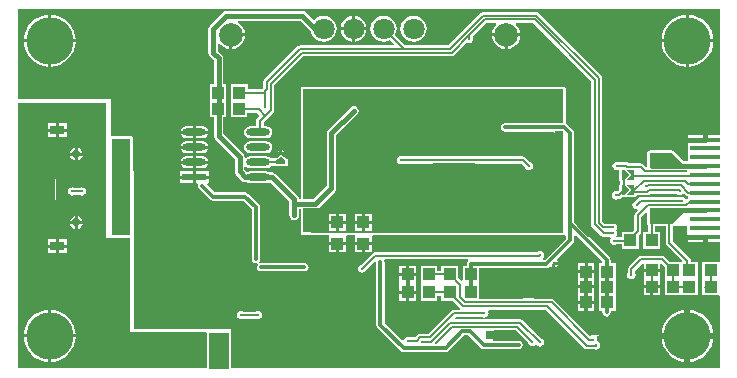
<source format=gbl>
G04 Layer_Physical_Order=2*
G04 Layer_Color=16711680*
%FSLAX44Y44*%
%MOMM*%
G71*
G01*
G75*
%ADD17R,2.0000X0.6000*%
%ADD18O,2.0000X0.6000*%
%ADD20R,1.0000X1.0000*%
%ADD22R,1.0000X1.0000*%
%ADD26O,0.2000X0.3000*%
%ADD27R,2.5000X0.4000*%
%ADD34O,0.3000X0.2000*%
%ADD35C,0.4000*%
%ADD36C,0.2000*%
%ADD38C,0.3000*%
%ADD39C,0.5000*%
%ADD46R,1.5000X0.8000*%
%ADD58R,2.7000X1.6316*%
%ADD59R,2.2500X1.7000*%
%ADD63R,1.0255X0.8000*%
%ADD67R,1.4500X1.5500*%
%ADD68R,1.2000X0.8000*%
%ADD69C,2.0000*%
%ADD70C,1.8000*%
%ADD71C,0.7000*%
%ADD72C,4.0000*%
%ADD73C,0.3000*%
%ADD74R,1.2000X1.2500*%
%ADD75R,0.8811X9.3422*%
%ADD76R,1.2500X1.3000*%
%ADD77R,0.7816X2.3000*%
%ADD78R,1.2500X0.7816*%
%ADD79R,1.6000X2.0431*%
%ADD80R,1.9137X1.6961*%
%ADD81R,2.5000X2.4000*%
%ADD82R,9.9950X0.8500*%
%ADD83R,0.7772X8.5941*%
%ADD84R,0.8000X2.9500*%
%ADD85R,1.9215X1.9558*%
%ADD86R,1.9500X1.6500*%
%ADD87R,1.7500X1.3500*%
%ADD88R,0.7500X1.4523*%
%ADD89R,3.2000X2.3000*%
%ADD90R,1.1000X3.0500*%
%ADD91R,1.4000X1.1000*%
%ADD92R,1.7500X1.2000*%
%ADD93R,2.0500X1.9500*%
%ADD94R,2.3500X1.1500*%
%ADD95R,1.7500X1.7500*%
%ADD96R,1.5000X2.3000*%
%ADD97R,3.6000X3.2000*%
%ADD98R,1.6500X8.2500*%
%ADD99R,1.5316X1.8000*%
G36*
X597196Y200250D02*
X586270D01*
Y196250D01*
X585000D01*
Y194980D01*
X570500D01*
Y192250D01*
Y184750D01*
Y178078D01*
X567033D01*
X567033Y178078D01*
X566843Y178041D01*
X558442Y186442D01*
X557780Y186884D01*
X557000Y187039D01*
X538000D01*
X537220Y186884D01*
X536558Y186442D01*
X536116Y185780D01*
X535961Y185000D01*
Y174399D01*
X535838Y173783D01*
X535687Y173680D01*
X534651Y173174D01*
X532663Y175163D01*
X531670Y175826D01*
X530500Y176059D01*
X530500Y176059D01*
X520267D01*
X520163Y176163D01*
X519170Y176826D01*
X518000Y177059D01*
X518000Y177059D01*
X511722D01*
X511366Y177297D01*
X510000Y177569D01*
X508634Y177297D01*
X507477Y176523D01*
X506703Y175366D01*
X506431Y174000D01*
X506703Y172634D01*
X507477Y171477D01*
X508634Y170703D01*
X510000Y170431D01*
X511126Y170655D01*
X511667Y170402D01*
X511742Y170346D01*
X512311Y169807D01*
Y161972D01*
X512466Y161192D01*
X512908Y160530D01*
X513069Y160422D01*
Y158950D01*
X512908Y158842D01*
X512908Y158842D01*
X512908Y158841D01*
X512688Y158512D01*
X512466Y158180D01*
X512466Y158180D01*
X512466Y158180D01*
X512390Y157796D01*
X512311Y157400D01*
Y153845D01*
X510792Y152325D01*
X509569Y152569D01*
X508203Y152297D01*
X507045Y151523D01*
X506272Y150366D01*
X506000Y149000D01*
X506272Y147634D01*
X507045Y146477D01*
X508203Y145703D01*
X509569Y145431D01*
X510934Y145703D01*
X511291Y145941D01*
X511792D01*
X511792Y145941D01*
X512962Y146174D01*
X513955Y146837D01*
X514351Y147233D01*
X517398D01*
X517502Y147254D01*
X517608Y147244D01*
X517889Y147331D01*
X518178Y147388D01*
X518223Y147418D01*
X518269Y147388D01*
X518354Y147371D01*
X518430Y147329D01*
X518742Y147294D01*
X519049Y147233D01*
X524891D01*
X525671Y147388D01*
X526333Y147830D01*
X526775Y148492D01*
X526874Y148991D01*
X536000D01*
X536000Y148991D01*
X537170Y149224D01*
X538163Y149887D01*
X538717Y150441D01*
X561030D01*
X562134Y149703D01*
X563500Y149431D01*
X564866Y149703D01*
X566023Y150477D01*
X566913Y150564D01*
X568390Y149087D01*
X568390Y149087D01*
X569383Y148424D01*
X570500Y148202D01*
Y146523D01*
X569587Y145913D01*
X569587Y145913D01*
X569500Y145826D01*
X568075Y146196D01*
X567522Y147023D01*
X566365Y147797D01*
X564999Y148068D01*
X563633Y147797D01*
X563277Y147558D01*
X530500D01*
X530500Y147558D01*
X529329Y147326D01*
X528337Y146663D01*
X525945Y144270D01*
X525524Y144187D01*
X524367Y143413D01*
X523593Y142256D01*
X523321Y140890D01*
X523593Y139524D01*
X524367Y138367D01*
X525524Y137593D01*
X526890Y137321D01*
X527276Y137398D01*
X527902Y136228D01*
X525837Y134163D01*
X525174Y133170D01*
X524941Y132000D01*
X524941Y132000D01*
Y119907D01*
X523034Y118000D01*
X514640D01*
Y113559D01*
X510328D01*
X509715Y114624D01*
X509713Y114886D01*
X509737Y114960D01*
X510027Y115394D01*
X510299Y116760D01*
X510027Y118126D01*
X509253Y119283D01*
Y119317D01*
X510027Y120474D01*
X510299Y121840D01*
X510027Y123206D01*
X509253Y124363D01*
X508096Y125137D01*
X506730Y125409D01*
X505364Y125137D01*
X505008Y124899D01*
X500023D01*
X497785Y127136D01*
Y248369D01*
X497785Y248370D01*
X497553Y249540D01*
X496889Y250532D01*
X496889Y250532D01*
X444009Y303413D01*
X443017Y304076D01*
X441846Y304309D01*
X441846Y304309D01*
X397154D01*
X397154Y304309D01*
X395983Y304076D01*
X394991Y303413D01*
X394991Y303413D01*
X367607Y276029D01*
X330997D01*
X322386Y284640D01*
X323417Y287128D01*
X323795Y290000D01*
X323417Y292872D01*
X322309Y295547D01*
X320545Y297845D01*
X318248Y299608D01*
X315572Y300717D01*
X312700Y301095D01*
X309828Y300717D01*
X307153Y299608D01*
X304855Y297845D01*
X303092Y295547D01*
X301983Y292872D01*
X301605Y290000D01*
X301983Y287128D01*
X303092Y284452D01*
X304855Y282155D01*
X307153Y280392D01*
X309828Y279283D01*
X312700Y278905D01*
X315572Y279283D01*
X318060Y280314D01*
X321172Y277202D01*
X320686Y276029D01*
X241874D01*
X241874Y276029D01*
X240703Y275796D01*
X239711Y275133D01*
X239711Y275133D01*
X211587Y247009D01*
X210924Y246017D01*
X210691Y244846D01*
X210691Y244846D01*
Y239939D01*
X210337Y239585D01*
X210337Y239585D01*
X209811Y239059D01*
X197610D01*
Y243000D01*
X183610D01*
Y229000D01*
X183360Y229000D01*
Y215000D01*
X197360D01*
Y218941D01*
X205733D01*
X207539Y217135D01*
Y215865D01*
X207055Y215380D01*
X206634Y215297D01*
X205477Y214523D01*
X204703Y213366D01*
X204431Y212000D01*
X204703Y210634D01*
X204941Y210278D01*
Y207648D01*
X199500D01*
X197549Y207260D01*
X195895Y206155D01*
X194790Y204501D01*
X194402Y202550D01*
X194790Y200599D01*
X195895Y198945D01*
X197549Y197840D01*
X199500Y197452D01*
X213500D01*
X215451Y197840D01*
X217105Y198945D01*
X218210Y200599D01*
X218598Y202550D01*
X218210Y204501D01*
X217105Y206155D01*
X215451Y207260D01*
X213500Y207648D01*
X211059D01*
Y210278D01*
X211297Y210634D01*
X211381Y211055D01*
X214663Y214337D01*
X214663Y214337D01*
X219163Y218837D01*
X219826Y219830D01*
X220059Y221000D01*
Y242233D01*
X244487Y266661D01*
X362346D01*
X362423Y266677D01*
X362500Y266661D01*
X370220D01*
X370220Y266661D01*
X371390Y266894D01*
X372383Y267557D01*
X383271Y278446D01*
X383634Y278203D01*
X385000Y277931D01*
X386366Y278203D01*
X387523Y278977D01*
X388297Y280134D01*
X388569Y281500D01*
X388297Y282866D01*
X388059Y283222D01*
Y283233D01*
X399767Y294941D01*
X407768D01*
X408176Y293739D01*
X407942Y293559D01*
X406018Y291052D01*
X404809Y288133D01*
X404564Y286270D01*
X428436D01*
X428191Y288133D01*
X426982Y291052D01*
X425059Y293559D01*
X424824Y293739D01*
X425232Y294941D01*
X439233D01*
X488418Y245756D01*
Y141472D01*
X488500Y141500D01*
Y129000D01*
Y123385D01*
X492040Y119634D01*
X497077Y114597D01*
X498069Y113934D01*
X499240Y113701D01*
X499240Y113701D01*
X504402D01*
X505015Y112636D01*
X505017Y112374D01*
X504993Y112300D01*
X504703Y111866D01*
X504431Y110500D01*
X504703Y109134D01*
X505477Y107977D01*
X506634Y107203D01*
X508000Y106931D01*
X509366Y107203D01*
X509722Y107441D01*
X514640D01*
Y104000D01*
X528640D01*
Y114954D01*
X530163Y116477D01*
X530826Y117469D01*
X531059Y118640D01*
X531059Y118640D01*
Y130733D01*
X534787Y134462D01*
X535961Y133976D01*
Y125000D01*
X536116Y124220D01*
X536551Y123568D01*
Y118000D01*
X532610D01*
Y104000D01*
X546610D01*
Y118000D01*
X542669D01*
Y122961D01*
X551441D01*
Y109000D01*
X551441Y109000D01*
X551674Y107830D01*
X552337Y106837D01*
X565501Y93673D01*
X565282Y93146D01*
X564758Y92620D01*
X555086D01*
X550543Y97163D01*
X549551Y97826D01*
X548380Y98059D01*
X548380Y98059D01*
X531000D01*
X531000Y98059D01*
X531000Y98059D01*
X530500D01*
X529329Y97826D01*
X528337Y97163D01*
X527674Y96171D01*
X527632Y95957D01*
X520337Y88663D01*
X519674Y87670D01*
X519441Y86500D01*
X519441Y86500D01*
Y83222D01*
X519203Y82866D01*
X518931Y81500D01*
X519203Y80134D01*
X519977Y78977D01*
X521134Y78203D01*
X522500Y77931D01*
X523866Y78203D01*
X525023Y78977D01*
X525797Y80134D01*
X526069Y81500D01*
X525797Y82866D01*
X525559Y83222D01*
Y85233D01*
X531520Y91194D01*
X532790Y90668D01*
Y86890D01*
X546790D01*
Y90468D01*
X548060Y90994D01*
X550760Y88294D01*
Y78620D01*
Y64650D01*
X578540D01*
Y78500D01*
X578640D01*
Y92500D01*
X573802D01*
X573059Y93500D01*
X572826Y94670D01*
X572163Y95663D01*
X557803Y110023D01*
X557765Y110429D01*
X557872Y111061D01*
X559089Y111567D01*
X559634Y111203D01*
X559730Y111184D01*
Y114500D01*
X562270D01*
Y111184D01*
X562366Y111203D01*
X563500Y111961D01*
X564634Y111203D01*
X564730Y111184D01*
Y114500D01*
X567270D01*
Y111184D01*
X567366Y111203D01*
X568523Y111977D01*
X568572Y112050D01*
X570297Y112385D01*
X570500Y112248D01*
Y109750D01*
X580930D01*
X581055Y108480D01*
X580134Y108297D01*
X578977Y107523D01*
X578203Y106366D01*
X578184Y106270D01*
X581500D01*
Y103730D01*
X578184D01*
X578203Y103634D01*
X578977Y102477D01*
X579295Y102264D01*
Y100736D01*
X578977Y100523D01*
X578203Y99366D01*
X578184Y99270D01*
X581500D01*
Y98000D01*
X582770D01*
Y94684D01*
X582866Y94703D01*
X584023Y95477D01*
X584236Y95795D01*
X585764D01*
X585977Y95477D01*
X587134Y94703D01*
X587230Y94684D01*
Y98000D01*
X588500D01*
Y99270D01*
X591816D01*
X591797Y99366D01*
X591023Y100523D01*
X590705Y100736D01*
Y102264D01*
X591023Y102477D01*
X591797Y103634D01*
X591816Y103730D01*
X588500D01*
Y106270D01*
X591816D01*
X591797Y106366D01*
X591023Y107523D01*
X589866Y108297D01*
X588945Y108480D01*
X589070Y109750D01*
X597196D01*
Y93527D01*
X596610Y92500D01*
X595926Y92500D01*
X582610D01*
Y78650D01*
X582510D01*
Y72964D01*
X582414Y72821D01*
X582181Y71650D01*
X582414Y70479D01*
X582510Y70336D01*
Y64650D01*
X595926D01*
X596510Y64650D01*
X597196Y63664D01*
Y2804D01*
X183539D01*
X183539Y32500D01*
X183500Y32697D01*
Y36000D01*
X101000Y36000D01*
X101000Y169500D01*
X100539D01*
Y197500D01*
X100384Y198280D01*
X99942Y198942D01*
X99280Y199384D01*
X98500Y199539D01*
X82000D01*
X82000Y199539D01*
X82000Y230500D01*
X2804Y230500D01*
Y307196D01*
X597196D01*
Y200250D01*
D02*
G37*
G36*
X567000Y175000D02*
Y172000D01*
X538000D01*
Y185000D01*
X557000D01*
X567000Y175000D01*
D02*
G37*
G36*
X524891Y161972D02*
X519049D01*
X522478Y166036D01*
X519049Y170100D01*
X524891D01*
Y161972D01*
D02*
G37*
G36*
X520700Y166036D02*
X517398Y161972D01*
X514350D01*
Y170100D01*
X517397Y170101D01*
X520700Y166036D01*
D02*
G37*
G36*
X524891Y149272D02*
X519049D01*
X522478Y153336D01*
X519049Y157400D01*
X524891D01*
Y149272D01*
D02*
G37*
G36*
X520700Y153336D02*
X517398Y149272D01*
X514350D01*
Y157400D01*
X517397Y157401D01*
X520700Y153336D01*
D02*
G37*
G36*
X567000Y135000D02*
X557000Y125000D01*
X538000D01*
Y138000D01*
X567000D01*
Y135000D01*
D02*
G37*
G36*
X77500Y217500D02*
Y119500D01*
Y112500D01*
X98000D01*
Y33000D01*
X161791D01*
X162961Y32500D01*
X162961Y2804D01*
X2804D01*
Y227000D01*
X77500D01*
Y217500D01*
D02*
G37*
G36*
X181500Y2000D02*
X165000D01*
X165000Y32500D01*
X181500Y32500D01*
X181500Y2000D01*
D02*
G37*
%LPC*%
G36*
X244000Y305078D02*
X244000Y305078D01*
X179500D01*
X179500Y305078D01*
X177939Y304768D01*
X176616Y303884D01*
X176616Y303884D01*
X165538Y292806D01*
X164654Y291482D01*
X164343Y289922D01*
X164343Y289921D01*
Y269477D01*
X164343Y269477D01*
X164654Y267916D01*
X165538Y266593D01*
X168922Y263209D01*
Y243000D01*
X165640D01*
Y229000D01*
X165390Y229000D01*
Y215000D01*
X168922D01*
Y199596D01*
X168922Y199596D01*
X169232Y198035D01*
X170116Y196712D01*
X186672Y180157D01*
Y169250D01*
X186672Y169250D01*
X186982Y167689D01*
X187866Y166366D01*
X192666Y161566D01*
X192666Y161566D01*
X193989Y160682D01*
X195550Y160372D01*
X196604D01*
X197549Y159740D01*
X199500Y159352D01*
X213500D01*
X215451Y159740D01*
X216375Y160357D01*
X232922Y143811D01*
Y132000D01*
X233232Y130439D01*
X234116Y129116D01*
X235439Y128232D01*
X237000Y127922D01*
X238561Y128232D01*
X239884Y129116D01*
X240768Y130439D01*
X241078Y132000D01*
Y137422D01*
X242461D01*
Y117500D01*
X242616Y116720D01*
X242970Y116190D01*
X243139Y115855D01*
X243500Y114950D01*
X243500Y114365D01*
Y109410D01*
X250500D01*
X257500D01*
X257500Y115140D01*
X258637Y115461D01*
X260334D01*
X260334Y115461D01*
X265363D01*
X266500Y115140D01*
X266500Y114191D01*
Y109410D01*
X273500D01*
X280500D01*
Y114191D01*
X281637Y115461D01*
X287363D01*
X288500Y115140D01*
X288500Y114191D01*
Y109410D01*
X295500D01*
X302500D01*
Y114191D01*
X303637Y115461D01*
X368248Y115461D01*
X368248Y115461D01*
X457228D01*
X457228Y115461D01*
X465000D01*
X465661Y115592D01*
X465866Y115560D01*
X466931Y114858D01*
Y112368D01*
X449132Y94569D01*
X447702D01*
X447317Y95839D01*
X447523Y95977D01*
X448297Y97134D01*
X448569Y98500D01*
X448297Y99866D01*
X447523Y101023D01*
X446366Y101797D01*
X445000Y102069D01*
X443634Y101797D01*
X442530Y101059D01*
X305500D01*
X305500Y101059D01*
X304329Y100826D01*
X303337Y100163D01*
X293555Y90380D01*
X293134Y90297D01*
X291977Y89523D01*
X291203Y88366D01*
X290931Y87000D01*
X291203Y85634D01*
X291977Y84477D01*
X293134Y83703D01*
X294500Y83431D01*
X295866Y83703D01*
X297023Y84477D01*
X297797Y85634D01*
X297880Y86055D01*
X305338Y93512D01*
X306508Y92886D01*
X306431Y92500D01*
Y39500D01*
X306703Y38134D01*
X307477Y36977D01*
X327227Y17227D01*
X328384Y16453D01*
X329750Y16181D01*
X365250D01*
X366616Y16453D01*
X367773Y17227D01*
X380978Y30431D01*
X384522D01*
X394977Y19977D01*
X396134Y19203D01*
X397500Y18931D01*
X427000D01*
X428366Y19203D01*
X429523Y19977D01*
X430297Y21134D01*
X430569Y22500D01*
X430297Y23866D01*
X429523Y25023D01*
X428366Y25797D01*
X427000Y26069D01*
X405780D01*
X405645Y26438D01*
X405568Y27339D01*
X406523Y27977D01*
X407297Y29134D01*
X407316Y29230D01*
X404000D01*
Y31770D01*
X407316D01*
X407297Y31866D01*
X406523Y33023D01*
X405928Y33421D01*
X406313Y34691D01*
X424483D01*
X435120Y24055D01*
X435203Y23634D01*
X435977Y22477D01*
X437134Y21703D01*
X438500Y21431D01*
X439866Y21703D01*
X441023Y22477D01*
X442347Y22171D01*
X442477Y21977D01*
X443634Y21203D01*
X445000Y20931D01*
X446366Y21203D01*
X447523Y21977D01*
X448297Y23134D01*
X448569Y24500D01*
X448297Y25866D01*
X447523Y27023D01*
X446366Y27797D01*
X445945Y27881D01*
X430663Y43163D01*
X429670Y43826D01*
X428500Y44059D01*
X428500Y44059D01*
X373676D01*
X373114Y45316D01*
X373609Y45941D01*
X396278D01*
X396634Y45703D01*
X398000Y45431D01*
X399366Y45703D01*
X400523Y46477D01*
X401297Y47634D01*
X401569Y49000D01*
X401297Y50366D01*
X400926Y50921D01*
X401604Y52191D01*
X449740D01*
X482443Y19489D01*
X483435Y18826D01*
X484606Y18593D01*
X484606Y18593D01*
X491688D01*
X492500Y18431D01*
X493866Y18703D01*
X495023Y19477D01*
X495797Y20634D01*
X496069Y22000D01*
X495797Y23366D01*
X495023Y24523D01*
X493866Y25297D01*
X493350Y25399D01*
X493569Y26500D01*
X493297Y27866D01*
X493044Y28245D01*
X493628Y29656D01*
X493866Y29703D01*
X495023Y30477D01*
X495797Y31634D01*
X495816Y31730D01*
X489184D01*
X489203Y31634D01*
X488671Y30369D01*
X487699Y30127D01*
X457163Y60663D01*
X456171Y61326D01*
X455000Y61559D01*
X455000Y61559D01*
X440077D01*
X439936Y61730D01*
X431064D01*
X430923Y61559D01*
X393600D01*
Y73940D01*
X393600D01*
Y75180D01*
X393600D01*
Y87431D01*
X450610D01*
X451975Y87703D01*
X453133Y88477D01*
X453579Y88923D01*
X454457Y88837D01*
X455614Y88063D01*
X455710Y88044D01*
Y91053D01*
X456017Y91360D01*
X456980D01*
Y92323D01*
X457287Y92630D01*
X460296D01*
X460277Y92726D01*
X459503Y93883D01*
X459417Y94761D01*
X473023Y108367D01*
X473797Y109525D01*
X474069Y110890D01*
Y114725D01*
X475242Y115211D01*
X497683Y92770D01*
X497332Y91500D01*
X495110D01*
Y77500D01*
Y64500D01*
Y51500D01*
X497931D01*
Y50000D01*
X498203Y48634D01*
X498977Y47477D01*
X500134Y46703D01*
X501500Y46431D01*
X502866Y46703D01*
X504023Y47477D01*
X504797Y48634D01*
X505069Y50000D01*
Y51500D01*
X509110D01*
Y64500D01*
Y77500D01*
Y91500D01*
X505069D01*
Y94000D01*
X504797Y95366D01*
X504023Y96523D01*
X486272Y114275D01*
X485905Y113934D01*
X477570Y122270D01*
X476454Y123385D01*
Y124093D01*
X474069Y126478D01*
Y201830D01*
X473797Y203196D01*
X473023Y204354D01*
X468354Y209023D01*
X467196Y209797D01*
X467039Y209828D01*
Y239000D01*
X466884Y239780D01*
X466442Y240442D01*
X465780Y240884D01*
X465000Y241039D01*
X457000D01*
X457000Y241039D01*
X253311Y241039D01*
X253311Y241039D01*
X244500D01*
X243720Y240884D01*
X243058Y240442D01*
X242616Y239780D01*
X242461Y239000D01*
Y236599D01*
Y145578D01*
X242461Y145578D01*
X241063D01*
X240768Y147061D01*
X239884Y148384D01*
X239884Y148384D01*
X220934Y167334D01*
X219611Y168218D01*
X218050Y168528D01*
X218050Y168528D01*
X216396D01*
X215451Y169160D01*
X213500Y169548D01*
X199500D01*
X197549Y169160D01*
X196985Y168783D01*
X194828Y170939D01*
Y173030D01*
X196098Y173409D01*
X197549Y172440D01*
X199500Y172052D01*
X213500D01*
X215451Y172440D01*
X217105Y173545D01*
X217555Y174219D01*
X219950D01*
X220058Y174058D01*
X220058Y174058D01*
X220058Y174058D01*
X220388Y173838D01*
X220720Y173616D01*
X220720Y173616D01*
X220720Y173616D01*
X221104Y173540D01*
X221500Y173461D01*
X229628D01*
X230408Y173616D01*
X231070Y174058D01*
X231512Y174720D01*
X231667Y175500D01*
Y178548D01*
X231646Y178652D01*
X231656Y178758D01*
X231569Y179039D01*
X231512Y179328D01*
X231453Y179417D01*
X231422Y179518D01*
X231234Y179745D01*
X231070Y179990D01*
X230982Y180049D01*
X230914Y180131D01*
X229628Y181175D01*
Y180199D01*
X225564Y183628D01*
X221500Y180199D01*
Y181175D01*
X220468Y180337D01*
X217384D01*
X217105Y180755D01*
X215451Y181860D01*
X213500Y182248D01*
X199500D01*
X197549Y181860D01*
X196098Y180891D01*
X194828Y181270D01*
Y181846D01*
X194518Y183407D01*
X193634Y184730D01*
X193634Y184730D01*
X177078Y201285D01*
Y215000D01*
X179390D01*
Y229000D01*
X179640Y229000D01*
Y243000D01*
X177078D01*
Y264898D01*
X177078Y264898D01*
X176768Y266459D01*
X175884Y267782D01*
X172500Y271166D01*
Y277537D01*
X173770Y277968D01*
X174942Y276441D01*
X177448Y274518D01*
X180367Y273309D01*
X182230Y273064D01*
Y285000D01*
X183500D01*
Y286270D01*
X195436D01*
X195191Y288133D01*
X193982Y291052D01*
X192059Y293559D01*
X189552Y295482D01*
X189142Y295652D01*
X189395Y296922D01*
X242311D01*
X251044Y288189D01*
X251183Y287128D01*
X252292Y284452D01*
X254055Y282155D01*
X256353Y280392D01*
X259028Y279283D01*
X261900Y278905D01*
X264772Y279283D01*
X267447Y280392D01*
X269745Y282155D01*
X271509Y284452D01*
X272617Y287128D01*
X272995Y290000D01*
X272617Y292872D01*
X271509Y295547D01*
X269745Y297845D01*
X267447Y299608D01*
X264772Y300717D01*
X261900Y301095D01*
X259028Y300717D01*
X256353Y299608D01*
X254055Y297845D01*
X252992Y297776D01*
X246884Y303884D01*
X245561Y304768D01*
X244000Y305078D01*
D02*
G37*
G36*
X288570Y300928D02*
Y291270D01*
X298228D01*
X298017Y292872D01*
X296908Y295547D01*
X295145Y297845D01*
X292847Y299608D01*
X290172Y300717D01*
X288570Y300928D01*
D02*
G37*
G36*
X286030D02*
X284428Y300717D01*
X281752Y299608D01*
X279455Y297845D01*
X277691Y295547D01*
X276583Y292872D01*
X276372Y291270D01*
X286030D01*
Y300928D01*
D02*
G37*
G36*
X221230Y289316D02*
X221134Y289297D01*
X219977Y288523D01*
X219764Y288205D01*
X218236D01*
X218023Y288523D01*
X216866Y289297D01*
X216770Y289316D01*
Y286000D01*
X214230D01*
Y289316D01*
X214134Y289297D01*
X212977Y288523D01*
X212764Y288205D01*
X211236D01*
X211023Y288523D01*
X209866Y289297D01*
X209770Y289316D01*
Y286000D01*
X208500D01*
Y284730D01*
X205184D01*
X205203Y284634D01*
X205977Y283477D01*
X206295Y283264D01*
Y281736D01*
X205977Y281523D01*
X205203Y280366D01*
X205184Y280270D01*
X208500D01*
Y277730D01*
X205184D01*
X205203Y277634D01*
X205977Y276477D01*
X206295Y276264D01*
Y274736D01*
X205977Y274523D01*
X205203Y273366D01*
X205184Y273270D01*
X208500D01*
Y272000D01*
X209770D01*
Y268684D01*
X209866Y268703D01*
X211023Y269477D01*
X211236Y269795D01*
X212764D01*
X212977Y269477D01*
X214134Y268703D01*
X214230Y268684D01*
Y272000D01*
X216770D01*
Y268684D01*
X216866Y268703D01*
X218023Y269477D01*
X218236Y269795D01*
X219764D01*
X219977Y269477D01*
X221134Y268703D01*
X221230Y268684D01*
Y272000D01*
X222500D01*
Y273270D01*
X225816D01*
X225797Y273366D01*
X225023Y274523D01*
X224705Y274736D01*
Y276264D01*
X225023Y276477D01*
X225797Y277634D01*
X225816Y277730D01*
X222500D01*
Y280270D01*
X225816D01*
X225797Y280366D01*
X225023Y281523D01*
X224705Y281736D01*
Y283264D01*
X225023Y283477D01*
X225797Y284634D01*
X225816Y284730D01*
X222500D01*
Y286000D01*
X221230D01*
Y289316D01*
D02*
G37*
G36*
X125230D02*
X125134Y289297D01*
X123977Y288523D01*
X123764Y288205D01*
X122236D01*
X122023Y288523D01*
X120866Y289297D01*
X120770Y289316D01*
Y286000D01*
X118230D01*
Y289316D01*
X118134Y289297D01*
X116977Y288523D01*
X116764Y288205D01*
X115236D01*
X115023Y288523D01*
X113866Y289297D01*
X113770Y289316D01*
Y286000D01*
X112500D01*
Y284730D01*
X109184D01*
X109203Y284634D01*
X109977Y283477D01*
X110295Y283264D01*
Y281736D01*
X109977Y281523D01*
X109203Y280366D01*
X109184Y280270D01*
X112500D01*
Y277730D01*
X109184D01*
X109203Y277634D01*
X109977Y276477D01*
X110295Y276264D01*
Y274736D01*
X109977Y274523D01*
X109203Y273366D01*
X109184Y273270D01*
X112500D01*
Y272000D01*
X113770D01*
Y268684D01*
X113866Y268703D01*
X115023Y269477D01*
X115236Y269795D01*
X116764D01*
X116977Y269477D01*
X118134Y268703D01*
X118230Y268684D01*
Y272000D01*
X120770D01*
Y268684D01*
X120866Y268703D01*
X122023Y269477D01*
X122236Y269795D01*
X123764D01*
X123977Y269477D01*
X125134Y268703D01*
X125230Y268684D01*
Y272000D01*
X126500D01*
Y273270D01*
X129816D01*
X129797Y273366D01*
X129023Y274523D01*
X128705Y274736D01*
Y276264D01*
X129023Y276477D01*
X129797Y277634D01*
X129816Y277730D01*
X126500D01*
Y280270D01*
X129816D01*
X129797Y280366D01*
X129023Y281523D01*
X128705Y281736D01*
Y283264D01*
X129023Y283477D01*
X129797Y284634D01*
X129816Y284730D01*
X126500D01*
Y286000D01*
X125230D01*
Y289316D01*
D02*
G37*
G36*
X223770D02*
Y287270D01*
X225816D01*
X225797Y287366D01*
X225023Y288523D01*
X223866Y289297D01*
X223770Y289316D01*
D02*
G37*
G36*
X207230D02*
X207134Y289297D01*
X205977Y288523D01*
X205203Y287366D01*
X205184Y287270D01*
X207230D01*
Y289316D01*
D02*
G37*
G36*
X127770D02*
Y287270D01*
X129816D01*
X129797Y287366D01*
X129023Y288523D01*
X127866Y289297D01*
X127770Y289316D01*
D02*
G37*
G36*
X111230D02*
X111134Y289297D01*
X109977Y288523D01*
X109203Y287366D01*
X109184Y287270D01*
X111230D01*
Y289316D01*
D02*
G37*
G36*
X441730Y282816D02*
X441634Y282797D01*
X440477Y282023D01*
X440264Y281705D01*
X438736D01*
X438523Y282023D01*
X437366Y282797D01*
X437270Y282816D01*
Y279500D01*
X436000D01*
Y278230D01*
X432684D01*
X432703Y278134D01*
X433477Y276977D01*
X433795Y276764D01*
Y275236D01*
X433477Y275023D01*
X432703Y273866D01*
X432684Y273770D01*
X436000D01*
Y272500D01*
X437270D01*
Y269184D01*
X437366Y269203D01*
X438523Y269977D01*
X438736Y270295D01*
X440264D01*
X440477Y269977D01*
X441634Y269203D01*
X441730Y269184D01*
Y272500D01*
X443000D01*
Y273770D01*
X446316D01*
X446297Y273866D01*
X445523Y275023D01*
X445205Y275236D01*
Y276764D01*
X445523Y276977D01*
X446297Y278134D01*
X446316Y278230D01*
X443000D01*
Y279500D01*
X441730D01*
Y282816D01*
D02*
G37*
G36*
X571270Y301981D02*
Y281270D01*
X591981D01*
X591682Y284313D01*
X590424Y288460D01*
X588381Y292282D01*
X585632Y295632D01*
X582282Y298381D01*
X578460Y300424D01*
X574313Y301682D01*
X571270Y301981D01*
D02*
G37*
G36*
X568730D02*
X565687Y301682D01*
X561540Y300424D01*
X557718Y298381D01*
X554368Y295632D01*
X551619Y292282D01*
X549576Y288460D01*
X548318Y284313D01*
X548019Y281270D01*
X568730D01*
Y301981D01*
D02*
G37*
G36*
X31270D02*
Y281270D01*
X51981D01*
X51682Y284313D01*
X50424Y288460D01*
X48381Y292282D01*
X45632Y295632D01*
X42282Y298381D01*
X38460Y300424D01*
X34313Y301682D01*
X31270Y301981D01*
D02*
G37*
G36*
X28730D02*
X25687Y301682D01*
X21540Y300424D01*
X17718Y298381D01*
X14368Y295632D01*
X11619Y292282D01*
X9576Y288460D01*
X8318Y284313D01*
X8019Y281270D01*
X28730D01*
Y301981D01*
D02*
G37*
G36*
X444270Y282816D02*
Y280770D01*
X446316D01*
X446297Y280866D01*
X445523Y282023D01*
X444366Y282797D01*
X444270Y282816D01*
D02*
G37*
G36*
X434730D02*
X434634Y282797D01*
X433477Y282023D01*
X432703Y280866D01*
X432684Y280770D01*
X434730D01*
Y282816D01*
D02*
G37*
G36*
X298228Y288730D02*
X288570D01*
Y279072D01*
X290172Y279283D01*
X292847Y280392D01*
X295145Y282155D01*
X296908Y284452D01*
X298017Y287128D01*
X298228Y288730D01*
D02*
G37*
G36*
X286030D02*
X276372D01*
X276583Y287128D01*
X277691Y284452D01*
X279455Y282155D01*
X281752Y280392D01*
X284428Y279283D01*
X286030Y279072D01*
Y288730D01*
D02*
G37*
G36*
X338100Y301095D02*
X335228Y300717D01*
X332552Y299608D01*
X330255Y297845D01*
X328492Y295547D01*
X327383Y292872D01*
X327005Y290000D01*
X327383Y287128D01*
X328492Y284452D01*
X330255Y282155D01*
X332552Y280392D01*
X335228Y279283D01*
X338100Y278905D01*
X340972Y279283D01*
X343647Y280392D01*
X345945Y282155D01*
X347709Y284452D01*
X348817Y287128D01*
X349195Y290000D01*
X348817Y292872D01*
X347709Y295547D01*
X345945Y297845D01*
X343647Y299608D01*
X340972Y300717D01*
X338100Y301095D01*
D02*
G37*
G36*
X428436Y283730D02*
X417770D01*
Y273064D01*
X419633Y273309D01*
X422552Y274518D01*
X425059Y276441D01*
X426982Y278948D01*
X428191Y281867D01*
X428436Y283730D01*
D02*
G37*
G36*
X415230D02*
X404564D01*
X404809Y281867D01*
X406018Y278948D01*
X407942Y276441D01*
X410448Y274518D01*
X413367Y273309D01*
X415230Y273064D01*
Y283730D01*
D02*
G37*
G36*
X195436Y283730D02*
X184770D01*
Y273064D01*
X186633Y273309D01*
X189552Y274518D01*
X192059Y276441D01*
X193982Y278948D01*
X195191Y281867D01*
X195436Y283730D01*
D02*
G37*
G36*
X446316Y271230D02*
X444270D01*
Y269184D01*
X444366Y269203D01*
X445523Y269977D01*
X446297Y271134D01*
X446316Y271230D01*
D02*
G37*
G36*
X434730D02*
X432684D01*
X432703Y271134D01*
X433477Y269977D01*
X434634Y269203D01*
X434730Y269184D01*
Y271230D01*
D02*
G37*
G36*
X225816Y270730D02*
X223770D01*
Y268684D01*
X223866Y268703D01*
X225023Y269477D01*
X225797Y270634D01*
X225816Y270730D01*
D02*
G37*
G36*
X207230D02*
X205184D01*
X205203Y270634D01*
X205977Y269477D01*
X207134Y268703D01*
X207230Y268684D01*
Y270730D01*
D02*
G37*
G36*
X129816D02*
X127770D01*
Y268684D01*
X127866Y268703D01*
X129023Y269477D01*
X129797Y270634D01*
X129816Y270730D01*
D02*
G37*
G36*
X111230D02*
X109184D01*
X109203Y270634D01*
X109977Y269477D01*
X111134Y268703D01*
X111230Y268684D01*
Y270730D01*
D02*
G37*
G36*
X591981Y278730D02*
X571270D01*
Y258019D01*
X574313Y258318D01*
X578460Y259576D01*
X582282Y261619D01*
X585632Y264368D01*
X588381Y267718D01*
X590424Y271540D01*
X591682Y275687D01*
X591981Y278730D01*
D02*
G37*
G36*
X568730D02*
X548019D01*
X548318Y275687D01*
X549576Y271540D01*
X551619Y267718D01*
X554368Y264368D01*
X557718Y261619D01*
X561540Y259576D01*
X565687Y258318D01*
X568730Y258019D01*
Y278730D01*
D02*
G37*
G36*
X51981D02*
X31270D01*
Y258019D01*
X34313Y258318D01*
X38460Y259576D01*
X42282Y261619D01*
X45632Y264368D01*
X48381Y267718D01*
X50424Y271540D01*
X51682Y275687D01*
X51981Y278730D01*
D02*
G37*
G36*
X28730D02*
X8019D01*
X8318Y275687D01*
X9576Y271540D01*
X11619Y267718D01*
X14368Y264368D01*
X17718Y261619D01*
X21540Y259576D01*
X25687Y258318D01*
X28730Y258019D01*
Y278730D01*
D02*
G37*
G36*
X130770Y221316D02*
Y219270D01*
X132816D01*
X132797Y219366D01*
X132023Y220523D01*
X130866Y221297D01*
X130770Y221316D01*
D02*
G37*
G36*
X128230D02*
X128134Y221297D01*
X126977Y220523D01*
X126203Y219366D01*
X126184Y219270D01*
X128230D01*
Y221316D01*
D02*
G37*
G36*
X571730Y217816D02*
X571634Y217797D01*
X570477Y217023D01*
X570264Y216705D01*
X568736D01*
X568523Y217023D01*
X567366Y217797D01*
X567270Y217816D01*
Y214500D01*
X564730D01*
Y217816D01*
X564634Y217797D01*
X563477Y217023D01*
X563264Y216705D01*
X561736D01*
X561523Y217023D01*
X560366Y217797D01*
X560270Y217816D01*
Y214500D01*
X559000D01*
Y213230D01*
X555684D01*
X555703Y213134D01*
X556477Y211977D01*
X556795Y211764D01*
Y210236D01*
X556477Y210023D01*
X555703Y208866D01*
X555684Y208770D01*
X559000D01*
Y207500D01*
X560270D01*
Y204184D01*
X560366Y204203D01*
X561523Y204977D01*
X561736Y205295D01*
X563264D01*
X563477Y204977D01*
X564634Y204203D01*
X564730Y204184D01*
Y207500D01*
X567270D01*
Y204184D01*
X567366Y204203D01*
X568523Y204977D01*
X568736Y205295D01*
X570264D01*
X570477Y204977D01*
X571634Y204203D01*
X571730Y204184D01*
Y207500D01*
X573000D01*
Y208770D01*
X576316D01*
X576297Y208866D01*
X575523Y210023D01*
X575205Y210236D01*
Y211764D01*
X575523Y211977D01*
X576297Y213134D01*
X576316Y213230D01*
X573000D01*
Y214500D01*
X571730D01*
Y217816D01*
D02*
G37*
G36*
X574270D02*
Y215770D01*
X576316D01*
X576297Y215866D01*
X575523Y217023D01*
X574366Y217797D01*
X574270Y217816D01*
D02*
G37*
G36*
X557730D02*
X557634Y217797D01*
X556477Y217023D01*
X555703Y215866D01*
X555684Y215770D01*
X557730D01*
Y217816D01*
D02*
G37*
G36*
X132816Y216730D02*
X126184D01*
X126203Y216634D01*
X126961Y215500D01*
X126203Y214366D01*
X126184Y214270D01*
X132816D01*
X132797Y214366D01*
X132039Y215500D01*
X132797Y216634D01*
X132816Y216730D01*
D02*
G37*
G36*
Y211730D02*
X126184D01*
X126203Y211634D01*
X126961Y210500D01*
X126203Y209366D01*
X126184Y209270D01*
X132816D01*
X132797Y209366D01*
X132039Y210500D01*
X132797Y211634D01*
X132816Y211730D01*
D02*
G37*
G36*
X511730Y205316D02*
X511634Y205297D01*
X510500Y204539D01*
X509366Y205297D01*
X509270Y205316D01*
Y202000D01*
X506730D01*
Y205316D01*
X506634Y205297D01*
X505500Y204539D01*
X504366Y205297D01*
X504270Y205316D01*
Y202000D01*
X503000D01*
Y200730D01*
X499684D01*
X499703Y200634D01*
X500461Y199500D01*
X499703Y198366D01*
X499684Y198270D01*
X503000D01*
Y195730D01*
X499684D01*
X499703Y195634D01*
X500461Y194500D01*
X499703Y193366D01*
X499684Y193270D01*
X503000D01*
Y192000D01*
X504270D01*
Y188684D01*
X504366Y188703D01*
X505500Y189461D01*
X506634Y188703D01*
X506730Y188684D01*
Y192000D01*
X509270D01*
Y188684D01*
X509366Y188703D01*
X510500Y189461D01*
X511634Y188703D01*
X511730Y188684D01*
Y192000D01*
X513000D01*
Y193270D01*
X516316D01*
X516297Y193366D01*
X515539Y194500D01*
X516297Y195634D01*
X516316Y195730D01*
X513000D01*
Y198270D01*
X516316D01*
X516297Y198366D01*
X515539Y199500D01*
X516297Y200634D01*
X516316Y200730D01*
X513000D01*
Y202000D01*
X511730D01*
Y205316D01*
D02*
G37*
G36*
X132816Y206730D02*
X126184D01*
X126203Y206634D01*
X126961Y205500D01*
X126203Y204366D01*
X126184Y204270D01*
X132816D01*
X132797Y204366D01*
X132039Y205500D01*
X132797Y206634D01*
X132816Y206730D01*
D02*
G37*
G36*
X576316Y206230D02*
X574270D01*
Y204184D01*
X574366Y204203D01*
X575523Y204977D01*
X576297Y206134D01*
X576316Y206230D01*
D02*
G37*
G36*
X557730D02*
X555684D01*
X555703Y206134D01*
X556477Y204977D01*
X557634Y204203D01*
X557730Y204184D01*
Y206230D01*
D02*
G37*
G36*
X159500Y207648D02*
X153770D01*
Y203820D01*
X164345D01*
X164210Y204501D01*
X163105Y206155D01*
X161451Y207260D01*
X159500Y207648D01*
D02*
G37*
G36*
X151230D02*
X145500D01*
X143549Y207260D01*
X141895Y206155D01*
X140790Y204501D01*
X140655Y203820D01*
X151230D01*
Y207648D01*
D02*
G37*
G36*
X514270Y205316D02*
Y203270D01*
X516316D01*
X516297Y203366D01*
X515523Y204523D01*
X514366Y205297D01*
X514270Y205316D01*
D02*
G37*
G36*
X501730D02*
X501634Y205297D01*
X500477Y204523D01*
X499703Y203366D01*
X499684Y203270D01*
X501730D01*
Y205316D01*
D02*
G37*
G36*
X132816Y201730D02*
X130770D01*
Y199684D01*
X130866Y199703D01*
X132023Y200477D01*
X132797Y201634D01*
X132816Y201730D01*
D02*
G37*
G36*
X128230D02*
X126184D01*
X126203Y201634D01*
X126977Y200477D01*
X128134Y199703D01*
X128230Y199684D01*
Y201730D01*
D02*
G37*
G36*
X583730Y200250D02*
X570500D01*
Y197520D01*
X583730D01*
Y200250D01*
D02*
G37*
G36*
X164345Y201280D02*
X153770D01*
Y197452D01*
X159500D01*
X161451Y197840D01*
X163105Y198945D01*
X164210Y200599D01*
X164345Y201280D01*
D02*
G37*
G36*
X151230D02*
X140655D01*
X140790Y200599D01*
X141895Y198945D01*
X143549Y197840D01*
X145500Y197452D01*
X151230D01*
Y201280D01*
D02*
G37*
G36*
X159500Y194948D02*
X153770D01*
Y191120D01*
X164345D01*
X164210Y191801D01*
X163105Y193455D01*
X161451Y194560D01*
X159500Y194948D01*
D02*
G37*
G36*
X151230D02*
X145500D01*
X143549Y194560D01*
X141895Y193455D01*
X140790Y191801D01*
X140655Y191120D01*
X151230D01*
Y194948D01*
D02*
G37*
G36*
X516316Y190730D02*
X514270D01*
Y188684D01*
X514366Y188703D01*
X515523Y189477D01*
X516297Y190634D01*
X516316Y190730D01*
D02*
G37*
G36*
X501730D02*
X499684D01*
X499703Y190634D01*
X500477Y189477D01*
X501634Y188703D01*
X501730Y188684D01*
Y190730D01*
D02*
G37*
G36*
X226834Y187652D02*
Y186041D01*
X228807D01*
X228227Y186909D01*
X227234Y187572D01*
X226834Y187652D01*
D02*
G37*
G36*
X224294D02*
X223894Y187572D01*
X222901Y186909D01*
X222321Y186041D01*
X224294D01*
Y187652D01*
D02*
G37*
G36*
X213500Y194948D02*
X199500D01*
X197549Y194560D01*
X195895Y193455D01*
X194790Y191801D01*
X194402Y189850D01*
X194790Y187899D01*
X195895Y186245D01*
X197549Y185140D01*
X199500Y184752D01*
X213500D01*
X215451Y185140D01*
X217105Y186245D01*
X218210Y187899D01*
X218598Y189850D01*
X218210Y191801D01*
X217105Y193455D01*
X215451Y194560D01*
X213500Y194948D01*
D02*
G37*
G36*
X164345Y188580D02*
X153770D01*
Y184752D01*
X159500D01*
X161451Y185140D01*
X163105Y186245D01*
X164210Y187899D01*
X164345Y188580D01*
D02*
G37*
G36*
X151230D02*
X140655D01*
X140790Y187899D01*
X141895Y186245D01*
X143549Y185140D01*
X145500Y184752D01*
X151230D01*
Y188580D01*
D02*
G37*
G36*
X159500Y182248D02*
X153770D01*
Y178420D01*
X164345D01*
X164210Y179101D01*
X163105Y180755D01*
X161451Y181860D01*
X159500Y182248D01*
D02*
G37*
G36*
X151230D02*
X145500D01*
X143549Y181860D01*
X141895Y180755D01*
X140790Y179101D01*
X140655Y178420D01*
X151230D01*
Y182248D01*
D02*
G37*
G36*
X178990Y178376D02*
X178894Y178357D01*
X177737Y177583D01*
X177524Y177265D01*
X175996D01*
X175783Y177583D01*
X174626Y178357D01*
X174530Y178376D01*
Y175060D01*
X173260D01*
Y173790D01*
X169944D01*
X169963Y173694D01*
X170737Y172537D01*
X171055Y172324D01*
Y170796D01*
X170737Y170583D01*
X169963Y169426D01*
X169944Y169330D01*
X173260D01*
Y168060D01*
X174530D01*
Y164744D01*
X174626Y164763D01*
X175783Y165537D01*
X175996Y165855D01*
X177524D01*
X177737Y165537D01*
X178894Y164763D01*
X178990Y164744D01*
Y168060D01*
X180260D01*
Y169330D01*
X183576D01*
X183557Y169426D01*
X182783Y170583D01*
X182465Y170796D01*
Y172324D01*
X182783Y172537D01*
X183557Y173694D01*
X183576Y173790D01*
X180260D01*
Y175060D01*
X178990D01*
Y178376D01*
D02*
G37*
G36*
X181530D02*
Y176330D01*
X183576D01*
X183557Y176426D01*
X182783Y177583D01*
X181626Y178357D01*
X181530Y178376D01*
D02*
G37*
G36*
X171990D02*
X171894Y178357D01*
X170737Y177583D01*
X169963Y176426D01*
X169944Y176330D01*
X171990D01*
Y178376D01*
D02*
G37*
G36*
X164345Y175880D02*
X153770D01*
Y172052D01*
X159500D01*
X161451Y172440D01*
X163105Y173545D01*
X164210Y175199D01*
X164345Y175880D01*
D02*
G37*
G36*
X151230D02*
X140655D01*
X140790Y175199D01*
X141895Y173545D01*
X143549Y172440D01*
X145500Y172052D01*
X151230D01*
Y175880D01*
D02*
G37*
G36*
X164500Y169450D02*
X153770D01*
Y165720D01*
X164500D01*
Y169450D01*
D02*
G37*
G36*
X151230D02*
X140500D01*
Y165720D01*
X151230D01*
Y169450D01*
D02*
G37*
G36*
X183576Y166790D02*
X181530D01*
Y164744D01*
X181626Y164763D01*
X182783Y165537D01*
X183557Y166694D01*
X183576Y166790D01*
D02*
G37*
G36*
X171990D02*
X169944D01*
X169963Y166694D01*
X170737Y165537D01*
X171894Y164763D01*
X171990Y164744D01*
Y166790D01*
D02*
G37*
G36*
X151230Y163180D02*
X140500D01*
Y159450D01*
X151230D01*
Y163180D01*
D02*
G37*
G36*
X508730Y141316D02*
X508634Y141297D01*
X507477Y140523D01*
X507264Y140205D01*
X505736D01*
X505523Y140523D01*
X504366Y141297D01*
X504270Y141316D01*
Y138000D01*
X503000D01*
Y136730D01*
X499684D01*
X499703Y136634D01*
X500477Y135477D01*
X500795Y135264D01*
Y133736D01*
X500477Y133523D01*
X499703Y132366D01*
X499684Y132270D01*
X503000D01*
Y131000D01*
X504270D01*
Y127684D01*
X504366Y127703D01*
X505523Y128477D01*
X505736Y128795D01*
X507264D01*
X507477Y128477D01*
X508634Y127703D01*
X508730Y127684D01*
Y131000D01*
X510000D01*
Y132270D01*
X513316D01*
X513297Y132366D01*
X512523Y133523D01*
X512205Y133736D01*
Y135264D01*
X512523Y135477D01*
X513297Y136634D01*
X513316Y136730D01*
X510000D01*
Y138000D01*
X508730D01*
Y141316D01*
D02*
G37*
G36*
X511270D02*
Y139270D01*
X513316D01*
X513297Y139366D01*
X512523Y140523D01*
X511366Y141297D01*
X511270Y141316D01*
D02*
G37*
G36*
X501730D02*
X501634Y141297D01*
X500477Y140523D01*
X499703Y139366D01*
X499684Y139270D01*
X501730D01*
Y141316D01*
D02*
G37*
G36*
X192230Y134316D02*
X192134Y134297D01*
X191000Y133539D01*
X189866Y134297D01*
X189770Y134316D01*
Y131000D01*
Y127684D01*
X189866Y127703D01*
X191000Y128461D01*
X192134Y127703D01*
X192230Y127684D01*
Y131000D01*
Y134316D01*
D02*
G37*
G36*
X194770D02*
Y132270D01*
X196816D01*
X196797Y132366D01*
X196023Y133523D01*
X194866Y134297D01*
X194770Y134316D01*
D02*
G37*
G36*
X187230D02*
X187134Y134297D01*
X185977Y133523D01*
X185203Y132366D01*
X185184Y132270D01*
X187230D01*
Y134316D01*
D02*
G37*
G36*
X196816Y129730D02*
X194770D01*
Y127684D01*
X194866Y127703D01*
X196023Y128477D01*
X196797Y129634D01*
X196816Y129730D01*
D02*
G37*
G36*
X187230D02*
X185184D01*
X185203Y129634D01*
X185977Y128477D01*
X187134Y127703D01*
X187230Y127684D01*
Y129730D01*
D02*
G37*
G36*
X513316Y129730D02*
X511270D01*
Y127684D01*
X511366Y127703D01*
X512523Y128477D01*
X513297Y129634D01*
X513316Y129730D01*
D02*
G37*
G36*
X501730D02*
X499684D01*
X499703Y129634D01*
X500477Y128477D01*
X501634Y127703D01*
X501730Y127684D01*
Y129730D01*
D02*
G37*
G36*
X115230Y115316D02*
X115134Y115297D01*
X114000Y114539D01*
X112866Y115297D01*
X112770Y115316D01*
Y112000D01*
Y108684D01*
X112866Y108703D01*
X114000Y109461D01*
X115134Y108703D01*
X115230Y108684D01*
Y112000D01*
Y115316D01*
D02*
G37*
G36*
X117770D02*
Y113270D01*
X119816D01*
X119797Y113366D01*
X119023Y114523D01*
X117866Y115297D01*
X117770Y115316D01*
D02*
G37*
G36*
X110230D02*
X110134Y115297D01*
X108977Y114523D01*
X108203Y113366D01*
X108184Y113270D01*
X110230D01*
Y115316D01*
D02*
G37*
G36*
X119816Y110730D02*
X117770D01*
Y108684D01*
X117866Y108703D01*
X119023Y109477D01*
X119797Y110634D01*
X119816Y110730D01*
D02*
G37*
G36*
X110230D02*
X108184D01*
X108203Y110634D01*
X108977Y109477D01*
X110134Y108703D01*
X110230Y108684D01*
Y110730D01*
D02*
G37*
G36*
X302500Y106870D02*
X296770D01*
Y101140D01*
X302500D01*
Y106870D01*
D02*
G37*
G36*
X294230D02*
X288500D01*
Y101140D01*
X294230D01*
Y106870D01*
D02*
G37*
G36*
X280500D02*
X274770D01*
Y101140D01*
X280500D01*
Y106870D01*
D02*
G37*
G36*
X272230D02*
X266500D01*
Y101140D01*
X272230D01*
Y106870D01*
D02*
G37*
G36*
X257500D02*
X251770D01*
Y101140D01*
X257500D01*
Y106870D01*
D02*
G37*
G36*
X249230D02*
X243500D01*
Y101140D01*
X249230D01*
Y106870D01*
D02*
G37*
G36*
X591816Y96730D02*
X589770D01*
Y94684D01*
X589866Y94703D01*
X591023Y95477D01*
X591797Y96634D01*
X591816Y96730D01*
D02*
G37*
G36*
X580230D02*
X578184D01*
X578203Y96634D01*
X578977Y95477D01*
X580134Y94703D01*
X580230Y94684D01*
Y96730D01*
D02*
G37*
G36*
X460296Y90090D02*
X458250D01*
Y88044D01*
X458346Y88063D01*
X459503Y88837D01*
X460277Y89994D01*
X460296Y90090D01*
D02*
G37*
G36*
X491140Y91500D02*
X485410D01*
Y85770D01*
X491140D01*
Y91500D01*
D02*
G37*
G36*
X482870D02*
X477140D01*
Y85770D01*
X482870D01*
Y91500D01*
D02*
G37*
G36*
X164500Y163180D02*
X153770D01*
Y159450D01*
X155019D01*
X155829Y158180D01*
X155661Y157340D01*
X155933Y155974D01*
X156707Y154817D01*
X166047Y145477D01*
X167204Y144703D01*
X168570Y144431D01*
X194022D01*
X200931Y137522D01*
Y95000D01*
X201203Y93634D01*
X201977Y92477D01*
X203134Y91703D01*
X204500Y91431D01*
X205413Y91613D01*
X205424Y91602D01*
X206043Y90443D01*
X205483Y89606D01*
X205211Y88240D01*
X205483Y86874D01*
X206257Y85717D01*
X207414Y84943D01*
X208780Y84671D01*
X245610D01*
X246976Y84943D01*
X248133Y85717D01*
X248907Y86874D01*
X249179Y88240D01*
X248907Y89606D01*
X248133Y90763D01*
X246976Y91537D01*
X245610Y91809D01*
X208780D01*
X207867Y91627D01*
X207856Y91638D01*
X207237Y92796D01*
X207797Y93634D01*
X208069Y95000D01*
Y139000D01*
X207797Y140366D01*
X207023Y141523D01*
X198023Y150523D01*
X196866Y151297D01*
X195500Y151569D01*
X170048D01*
X163340Y158277D01*
X163826Y159450D01*
X164500D01*
Y163180D01*
D02*
G37*
G36*
X418270Y82816D02*
Y80770D01*
X420316D01*
X420297Y80866D01*
X419523Y82023D01*
X418366Y82797D01*
X418270Y82816D01*
D02*
G37*
G36*
X415730D02*
X415634Y82797D01*
X414477Y82023D01*
X413703Y80866D01*
X413684Y80770D01*
X415730D01*
Y82816D01*
D02*
G37*
G36*
X420316Y78230D02*
X418270D01*
Y76184D01*
X418366Y76203D01*
X419523Y76977D01*
X420297Y78134D01*
X420316Y78230D01*
D02*
G37*
G36*
X415730D02*
X413684D01*
X413703Y78134D01*
X414477Y76977D01*
X415634Y76203D01*
X415730Y76184D01*
Y78230D01*
D02*
G37*
G36*
X546790Y84350D02*
X532790D01*
Y78620D01*
Y72920D01*
X546790D01*
Y78620D01*
Y84350D01*
D02*
G37*
G36*
X491140Y83230D02*
X477140D01*
Y77500D01*
Y72770D01*
X491140D01*
Y77500D01*
Y83230D01*
D02*
G37*
G36*
X138270Y70316D02*
Y68270D01*
X140316D01*
X140297Y68366D01*
X139523Y69523D01*
X138366Y70297D01*
X138270Y70316D01*
D02*
G37*
G36*
X135730D02*
X135634Y70297D01*
X134477Y69523D01*
X133703Y68366D01*
X133684Y68270D01*
X135730D01*
Y70316D01*
D02*
G37*
G36*
X175730Y67816D02*
X175634Y67797D01*
X174477Y67023D01*
X174264Y66705D01*
X172736D01*
X172523Y67023D01*
X171366Y67797D01*
X171270Y67816D01*
Y64500D01*
X170000D01*
Y63230D01*
X166684D01*
X166703Y63134D01*
X167477Y61977D01*
X167795Y61764D01*
Y60236D01*
X167477Y60023D01*
X166703Y58866D01*
X166684Y58770D01*
X170000D01*
Y57500D01*
X171270D01*
Y54184D01*
X171366Y54203D01*
X172523Y54977D01*
X172736Y55295D01*
X174264D01*
X174477Y54977D01*
X175634Y54203D01*
X175730Y54184D01*
Y57500D01*
X177000D01*
Y58770D01*
X180316D01*
X180297Y58866D01*
X179523Y60023D01*
X179205Y60236D01*
Y61764D01*
X179523Y61977D01*
X180297Y63134D01*
X180316Y63230D01*
X177000D01*
Y64500D01*
X175730D01*
Y67816D01*
D02*
G37*
G36*
X178270D02*
Y65770D01*
X180316D01*
X180297Y65866D01*
X179523Y67023D01*
X178366Y67797D01*
X178270Y67816D01*
D02*
G37*
G36*
X168730D02*
X168634Y67797D01*
X167477Y67023D01*
X166703Y65866D01*
X166684Y65770D01*
X168730D01*
Y67816D01*
D02*
G37*
G36*
X546790Y70380D02*
X541060D01*
Y64650D01*
X546790D01*
Y70380D01*
D02*
G37*
G36*
X538520D02*
X532790D01*
Y64650D01*
X538520D01*
Y70380D01*
D02*
G37*
G36*
X436770Y66316D02*
Y64270D01*
X438816D01*
X438797Y64366D01*
X438023Y65523D01*
X436866Y66297D01*
X436770Y66316D01*
D02*
G37*
G36*
X434230D02*
X434134Y66297D01*
X432977Y65523D01*
X432203Y64366D01*
X432184Y64270D01*
X434230D01*
Y66316D01*
D02*
G37*
G36*
X213430Y66156D02*
Y64110D01*
X215476D01*
X215457Y64206D01*
X214683Y65363D01*
X213526Y66137D01*
X213430Y66156D01*
D02*
G37*
G36*
X210890D02*
X210794Y66137D01*
X209637Y65363D01*
X208863Y64206D01*
X208844Y64110D01*
X210890D01*
Y66156D01*
D02*
G37*
G36*
X140316Y65730D02*
X138270D01*
Y63684D01*
X138366Y63703D01*
X139523Y64477D01*
X140297Y65634D01*
X140316Y65730D01*
D02*
G37*
G36*
X135730D02*
X133684D01*
X133703Y65634D01*
X134477Y64477D01*
X135634Y63703D01*
X135730Y63684D01*
Y65730D01*
D02*
G37*
G36*
X491140Y70230D02*
X477140D01*
Y64500D01*
Y59770D01*
X491140D01*
Y64500D01*
Y70230D01*
D02*
G37*
G36*
X215476Y61570D02*
X213430D01*
Y59524D01*
X213526Y59543D01*
X214683Y60317D01*
X215457Y61474D01*
X215476Y61570D01*
D02*
G37*
G36*
X210890D02*
X208844D01*
X208863Y61474D01*
X209637Y60317D01*
X210794Y59543D01*
X210890Y59524D01*
Y61570D01*
D02*
G37*
G36*
X180316Y56230D02*
X178270D01*
Y54184D01*
X178366Y54203D01*
X179523Y54977D01*
X180297Y56134D01*
X180316Y56230D01*
D02*
G37*
G36*
X168730D02*
X166684D01*
X166703Y56134D01*
X167477Y54977D01*
X168634Y54203D01*
X168730Y54184D01*
Y56230D01*
D02*
G37*
G36*
X491140Y57230D02*
X485410D01*
Y51500D01*
X491140D01*
Y57230D01*
D02*
G37*
G36*
X482870D02*
X477140D01*
Y51500D01*
X482870D01*
Y57230D01*
D02*
G37*
G36*
X206240Y51169D02*
X204874Y50897D01*
X204518Y50659D01*
X193992D01*
X193636Y50897D01*
X192270Y51169D01*
X190904Y50897D01*
X189747Y50123D01*
X188973Y48966D01*
X188701Y47600D01*
X188973Y46234D01*
X189747Y45077D01*
X190904Y44303D01*
X192270Y44031D01*
X193636Y44303D01*
X193992Y44541D01*
X204518D01*
X204874Y44303D01*
X206240Y44031D01*
X207606Y44303D01*
X208763Y45077D01*
X209537Y46234D01*
X209809Y47600D01*
X209537Y48966D01*
X208763Y50123D01*
X207606Y50897D01*
X206240Y51169D01*
D02*
G37*
G36*
X541270Y52056D02*
Y50010D01*
X543316D01*
X543297Y50106D01*
X542523Y51263D01*
X541366Y52037D01*
X541270Y52056D01*
D02*
G37*
G36*
X538730D02*
X538634Y52037D01*
X537477Y51263D01*
X536703Y50106D01*
X536684Y50010D01*
X538730D01*
Y52056D01*
D02*
G37*
G36*
X543316Y47470D02*
X541270D01*
Y45424D01*
X541366Y45443D01*
X542523Y46217D01*
X543297Y47374D01*
X543316Y47470D01*
D02*
G37*
G36*
X538730D02*
X536270D01*
Y44770D01*
X538730D01*
Y47470D01*
D02*
G37*
G36*
X533730Y46816D02*
X533634Y46797D01*
X532477Y46023D01*
X531703Y44866D01*
X531684Y44770D01*
X533730D01*
Y46816D01*
D02*
G37*
G36*
X493770Y43316D02*
Y41270D01*
X495816D01*
X495797Y41366D01*
X495023Y42523D01*
X493866Y43297D01*
X493770Y43316D01*
D02*
G37*
G36*
X491230D02*
X491134Y43297D01*
X489977Y42523D01*
X489203Y41366D01*
X489184Y41270D01*
X491230D01*
Y43316D01*
D02*
G37*
G36*
X538316Y42230D02*
X536270D01*
Y40184D01*
X536366Y40203D01*
X537523Y40977D01*
X538297Y42134D01*
X538316Y42230D01*
D02*
G37*
G36*
X533730D02*
X531684D01*
X531703Y42134D01*
X532477Y40977D01*
X533634Y40203D01*
X533730Y40184D01*
Y42230D01*
D02*
G37*
G36*
X495816Y38730D02*
X489184D01*
X489203Y38634D01*
X489977Y37477D01*
X490295Y37264D01*
Y35736D01*
X489977Y35523D01*
X489203Y34366D01*
X489184Y34270D01*
X495816D01*
X495797Y34366D01*
X495023Y35523D01*
X494705Y35736D01*
Y37264D01*
X495023Y37477D01*
X495797Y38634D01*
X495816Y38730D01*
D02*
G37*
G36*
X571270Y51981D02*
Y31270D01*
X591981D01*
X591682Y34313D01*
X590424Y38460D01*
X588381Y42282D01*
X585632Y45632D01*
X582282Y48381D01*
X578460Y50424D01*
X574313Y51682D01*
X571270Y51981D01*
D02*
G37*
G36*
X568730D02*
X565687Y51682D01*
X561540Y50424D01*
X557718Y48381D01*
X554368Y45632D01*
X551619Y42282D01*
X549576Y38460D01*
X548318Y34313D01*
X548019Y31270D01*
X568730D01*
Y51981D01*
D02*
G37*
G36*
X223230Y28142D02*
X223134Y28123D01*
X221977Y27349D01*
X221764Y27030D01*
X220236D01*
X220023Y27349D01*
X218866Y28123D01*
X218770Y28142D01*
Y24826D01*
X216230D01*
Y28142D01*
X216134Y28123D01*
X214977Y27349D01*
X214764Y27030D01*
X213236D01*
X213023Y27349D01*
X211866Y28123D01*
X211770Y28142D01*
Y24826D01*
X210500D01*
Y23556D01*
X207184D01*
X207203Y23460D01*
X207977Y22302D01*
X208295Y22089D01*
Y20562D01*
X207977Y20349D01*
X207203Y19191D01*
X207184Y19096D01*
X210500D01*
Y16556D01*
X207184D01*
X207203Y16460D01*
X207977Y15302D01*
X208295Y15089D01*
Y13562D01*
X207977Y13349D01*
X207203Y12191D01*
X207184Y12096D01*
X210500D01*
Y10826D01*
X211770D01*
Y7510D01*
X211866Y7529D01*
X213023Y8302D01*
X213236Y8621D01*
X214764D01*
X214977Y8302D01*
X216134Y7529D01*
X216230Y7510D01*
Y10826D01*
X218770D01*
Y7510D01*
X218866Y7529D01*
X220023Y8302D01*
X220236Y8621D01*
X221764D01*
X221977Y8302D01*
X223134Y7529D01*
X223230Y7510D01*
Y10826D01*
X224500D01*
Y12096D01*
X227816D01*
X227797Y12191D01*
X227023Y13349D01*
X226705Y13562D01*
Y15089D01*
X227023Y15302D01*
X227797Y16460D01*
X227816Y16556D01*
X224500D01*
Y19096D01*
X227816D01*
X227797Y19191D01*
X227023Y20349D01*
X226705Y20562D01*
Y22089D01*
X227023Y22302D01*
X227797Y23460D01*
X227816Y23556D01*
X224500D01*
Y24826D01*
X223230D01*
Y28142D01*
D02*
G37*
G36*
X225770D02*
Y26096D01*
X227816D01*
X227797Y26191D01*
X227023Y27349D01*
X225866Y28123D01*
X225770Y28142D01*
D02*
G37*
G36*
X209230D02*
X209134Y28123D01*
X207977Y27349D01*
X207203Y26191D01*
X207184Y26096D01*
X209230D01*
Y28142D01*
D02*
G37*
G36*
X541730Y26086D02*
X541634Y26067D01*
X540477Y25293D01*
X540264Y24975D01*
X538736D01*
X538523Y25293D01*
X537366Y26067D01*
X537270Y26086D01*
Y22770D01*
X536000D01*
Y21500D01*
X532684D01*
X532703Y21404D01*
X533477Y20247D01*
X533795Y20034D01*
Y18506D01*
X533477Y18293D01*
X532703Y17136D01*
X532684Y17040D01*
X536000D01*
Y14500D01*
X532684D01*
X532703Y14404D01*
X533477Y13247D01*
X533795Y13034D01*
Y11506D01*
X533477Y11293D01*
X532703Y10136D01*
X532684Y10040D01*
X536000D01*
Y8770D01*
X537270D01*
Y5454D01*
X537366Y5473D01*
X538523Y6247D01*
X538736Y6565D01*
X540264D01*
X540477Y6247D01*
X541634Y5473D01*
X541730Y5454D01*
Y8770D01*
X543000D01*
Y10040D01*
X546316D01*
X546297Y10136D01*
X545523Y11293D01*
X545205Y11506D01*
Y13034D01*
X545523Y13247D01*
X546297Y14404D01*
X546316Y14500D01*
X543000D01*
Y17040D01*
X546316D01*
X546297Y17136D01*
X545523Y18293D01*
X545205Y18506D01*
Y20034D01*
X545523Y20247D01*
X546297Y21404D01*
X546316Y21500D01*
X543000D01*
Y22770D01*
X541730D01*
Y26086D01*
D02*
G37*
G36*
X544270D02*
Y24040D01*
X546316D01*
X546297Y24136D01*
X545523Y25293D01*
X544366Y26067D01*
X544270Y26086D01*
D02*
G37*
G36*
X534730D02*
X534634Y26067D01*
X533477Y25293D01*
X532703Y24136D01*
X532684Y24040D01*
X534730D01*
Y26086D01*
D02*
G37*
G36*
X305230Y18316D02*
X305134Y18297D01*
X303977Y17523D01*
X303764Y17205D01*
X302236D01*
X302023Y17523D01*
X300866Y18297D01*
X300770Y18316D01*
Y15000D01*
Y11684D01*
X300866Y11703D01*
X302023Y12477D01*
X302236Y12795D01*
X303764D01*
X303977Y12477D01*
X305134Y11703D01*
X305230Y11684D01*
Y15000D01*
Y18316D01*
D02*
G37*
G36*
X307770D02*
Y16270D01*
X309816D01*
X309797Y16366D01*
X309023Y17523D01*
X307866Y18297D01*
X307770Y18316D01*
D02*
G37*
G36*
X298230D02*
X298134Y18297D01*
X296977Y17523D01*
X296203Y16366D01*
X296184Y16270D01*
X298230D01*
Y18316D01*
D02*
G37*
G36*
X309816Y13730D02*
X307770D01*
Y11684D01*
X307866Y11703D01*
X309023Y12477D01*
X309797Y13634D01*
X309816Y13730D01*
D02*
G37*
G36*
X298230D02*
X296184D01*
X296203Y13634D01*
X296977Y12477D01*
X298134Y11703D01*
X298230Y11684D01*
Y13730D01*
D02*
G37*
G36*
X591981Y28730D02*
X571270D01*
Y8019D01*
X574313Y8318D01*
X578460Y9576D01*
X582282Y11619D01*
X585632Y14368D01*
X588381Y17718D01*
X590424Y21540D01*
X591682Y25687D01*
X591981Y28730D01*
D02*
G37*
G36*
X568730D02*
X548019D01*
X548318Y25687D01*
X549576Y21540D01*
X551619Y17718D01*
X554368Y14368D01*
X557718Y11619D01*
X561540Y9576D01*
X565687Y8318D01*
X568730Y8019D01*
Y28730D01*
D02*
G37*
G36*
X227816Y9556D02*
X225770D01*
Y7510D01*
X225866Y7529D01*
X227023Y8302D01*
X227797Y9460D01*
X227816Y9556D01*
D02*
G37*
G36*
X209230D02*
X207184D01*
X207203Y9460D01*
X207977Y8302D01*
X209134Y7529D01*
X209230Y7510D01*
Y9556D01*
D02*
G37*
G36*
X546316Y7500D02*
X544270D01*
Y5454D01*
X544366Y5473D01*
X545523Y6247D01*
X546297Y7404D01*
X546316Y7500D01*
D02*
G37*
G36*
X534730D02*
X532684D01*
X532703Y7404D01*
X533477Y6247D01*
X534634Y5473D01*
X534730Y5454D01*
Y7500D01*
D02*
G37*
%LPD*%
G36*
X229628Y178548D02*
Y175500D01*
X221500D01*
X221499Y178547D01*
X225564Y181850D01*
X229628Y178548D01*
D02*
G37*
G36*
X457718Y239000D02*
X457919Y238742D01*
X458281Y237730D01*
X457703Y236866D01*
X457684Y236770D01*
X461000D01*
Y234230D01*
X457684D01*
X457703Y234134D01*
X458477Y232977D01*
X458795Y232764D01*
Y231236D01*
X458477Y231023D01*
X457703Y229866D01*
X457684Y229770D01*
X461000D01*
Y227230D01*
X457684D01*
X457703Y227134D01*
X458477Y225977D01*
X458795Y225764D01*
Y224236D01*
X458477Y224023D01*
X457703Y222866D01*
X457684Y222770D01*
X461000D01*
Y220230D01*
X457684D01*
X457703Y220134D01*
X458477Y218977D01*
X458795Y218764D01*
Y217236D01*
X458477Y217023D01*
X457703Y215866D01*
X457684Y215770D01*
X461000D01*
Y213230D01*
X457684D01*
X457703Y213134D01*
X458477Y211977D01*
X459432Y211339D01*
X459355Y210438D01*
X459220Y210069D01*
X415500D01*
X414134Y209797D01*
X412977Y209023D01*
X412203Y207866D01*
X411931Y206500D01*
X412203Y205134D01*
X412977Y203977D01*
X414134Y203203D01*
X415500Y202931D01*
X457047D01*
X457610Y201770D01*
X461000D01*
Y199230D01*
X457684D01*
X457703Y199134D01*
X458477Y197977D01*
X458795Y197764D01*
Y196236D01*
X458477Y196023D01*
X457703Y194866D01*
X457684Y194770D01*
X461000D01*
Y192230D01*
X457684D01*
X457703Y192134D01*
X458477Y190977D01*
X458795Y190764D01*
Y189236D01*
X458477Y189023D01*
X457703Y187866D01*
X457684Y187770D01*
X461000D01*
Y185230D01*
X457684D01*
X457703Y185135D01*
X458477Y183977D01*
X458795Y183764D01*
Y182236D01*
X458477Y182024D01*
X457703Y180866D01*
X457684Y180770D01*
X461000D01*
Y178230D01*
X457684D01*
X457703Y178134D01*
X458477Y176977D01*
X458795Y176764D01*
Y175236D01*
X458477Y175023D01*
X457703Y173866D01*
X457684Y173770D01*
X461000D01*
Y171230D01*
X457684D01*
X457703Y171134D01*
X458477Y169977D01*
X458795Y169764D01*
Y168236D01*
X458477Y168023D01*
X457703Y166866D01*
X457684Y166770D01*
X461000D01*
Y164230D01*
X457684D01*
X457703Y164135D01*
X458477Y162977D01*
X458795Y162764D01*
Y161236D01*
X458477Y161024D01*
X457703Y159866D01*
X457684Y159770D01*
X461000D01*
Y157230D01*
X457684D01*
X457703Y157135D01*
X458477Y155977D01*
X458795Y155764D01*
Y154236D01*
X458477Y154024D01*
X457703Y152866D01*
X457684Y152770D01*
X461000D01*
Y150230D01*
X457684D01*
X457703Y150134D01*
X458477Y148977D01*
X458795Y148764D01*
Y147236D01*
X458477Y147023D01*
X457703Y145866D01*
X457684Y145770D01*
X461000D01*
Y143230D01*
X457684D01*
X457703Y143134D01*
X458477Y141977D01*
X458795Y141764D01*
Y140237D01*
X458477Y140023D01*
X457703Y138866D01*
X457684Y138770D01*
X461000D01*
Y136230D01*
X457684D01*
X457703Y136135D01*
X458477Y134977D01*
X458795Y134764D01*
Y133237D01*
X458477Y133024D01*
X457703Y131866D01*
X457684Y131770D01*
X461000D01*
Y129230D01*
X457684D01*
X457703Y129135D01*
X458477Y127977D01*
X458795Y127764D01*
Y126236D01*
X458477Y126024D01*
X457987Y125291D01*
X457467Y124877D01*
X456420Y124926D01*
X455866Y125297D01*
X455770Y125316D01*
Y122000D01*
X453230D01*
Y125316D01*
X453134Y125297D01*
X451977Y124523D01*
X451764Y124205D01*
X450236D01*
X450023Y124523D01*
X448866Y125297D01*
X448770Y125316D01*
Y122000D01*
X446230D01*
Y125316D01*
X446134Y125297D01*
X444977Y124523D01*
X444764Y124205D01*
X443236D01*
X443023Y124523D01*
X441866Y125297D01*
X441770Y125316D01*
Y122000D01*
X439230D01*
Y125316D01*
X439134Y125297D01*
X437977Y124523D01*
X437764Y124205D01*
X436236D01*
X436023Y124523D01*
X434866Y125297D01*
X434770Y125316D01*
Y122000D01*
X432230D01*
Y125316D01*
X432134Y125297D01*
X430977Y124523D01*
X430764Y124205D01*
X429236D01*
X429023Y124523D01*
X427866Y125297D01*
X427770Y125316D01*
Y122000D01*
X425230D01*
Y125316D01*
X425134Y125297D01*
X423977Y124523D01*
X423764Y124205D01*
X422236D01*
X422023Y124523D01*
X420866Y125297D01*
X420770Y125316D01*
Y122000D01*
X418230D01*
Y125316D01*
X418134Y125297D01*
X416977Y124523D01*
X416764Y124205D01*
X415236D01*
X415023Y124523D01*
X413866Y125297D01*
X413770Y125316D01*
Y122000D01*
X411230D01*
Y125316D01*
X411134Y125297D01*
X409977Y124523D01*
X409764Y124205D01*
X408236D01*
X408023Y124523D01*
X406866Y125297D01*
X406770Y125316D01*
Y122000D01*
X404230D01*
Y125316D01*
X404134Y125297D01*
X402977Y124523D01*
X402764Y124205D01*
X401236D01*
X401023Y124523D01*
X399866Y125297D01*
X399770Y125316D01*
Y122000D01*
X397230D01*
Y125316D01*
X397134Y125297D01*
X395977Y124523D01*
X395764Y124205D01*
X394236D01*
X394023Y124523D01*
X392866Y125297D01*
X392770Y125316D01*
Y122000D01*
X390230D01*
Y125316D01*
X390134Y125297D01*
X388977Y124523D01*
X388764Y124205D01*
X387236D01*
X387023Y124523D01*
X385866Y125297D01*
X385770Y125316D01*
Y122000D01*
X383230D01*
Y125316D01*
X383134Y125297D01*
X381977Y124523D01*
X381764Y124205D01*
X380236D01*
X380023Y124523D01*
X378866Y125297D01*
X378770Y125316D01*
Y122000D01*
X376230D01*
Y125316D01*
X376134Y125297D01*
X374977Y124523D01*
X374764Y124205D01*
X373236D01*
X373023Y124523D01*
X371866Y125297D01*
X371770Y125316D01*
Y122000D01*
X370500D01*
Y120730D01*
X367184D01*
X367203Y120634D01*
X367977Y119477D01*
X368050Y119428D01*
X368385Y117703D01*
X368248Y117500D01*
X260334Y117500D01*
X260137Y117539D01*
X251301D01*
X251198Y117650D01*
X250793Y118809D01*
X251170Y119110D01*
X257500D01*
Y124840D01*
X250500D01*
Y127380D01*
X257500D01*
Y133110D01*
X252306D01*
X251627Y134380D01*
X251797Y134635D01*
X251816Y134730D01*
X248500D01*
Y137270D01*
X252956D01*
X253081Y137422D01*
X255000D01*
X255000Y137422D01*
X256561Y137732D01*
X257884Y138616D01*
X271384Y152116D01*
X271384Y152116D01*
X272268Y153439D01*
X272578Y155000D01*
X272578Y155000D01*
Y199811D01*
X290384Y217616D01*
X291268Y218939D01*
X291578Y220500D01*
X291268Y222061D01*
X290384Y223384D01*
X289061Y224268D01*
X287500Y224578D01*
X285939Y224268D01*
X284616Y223384D01*
X265616Y204384D01*
X264732Y203061D01*
X264422Y201500D01*
X264422Y201500D01*
Y156689D01*
X253311Y145578D01*
X250294D01*
X250196Y145835D01*
X250083Y146848D01*
X251023Y147477D01*
X251797Y148634D01*
X251816Y148730D01*
X248500D01*
Y151270D01*
X251816D01*
X251797Y151366D01*
X251023Y152523D01*
X250705Y152736D01*
Y154264D01*
X251023Y154477D01*
X251797Y155634D01*
X251816Y155730D01*
X248500D01*
Y158270D01*
X251816D01*
X251797Y158366D01*
X251023Y159523D01*
X250705Y159736D01*
Y161264D01*
X251023Y161477D01*
X251797Y162634D01*
X251816Y162730D01*
X248500D01*
Y165270D01*
X251816D01*
X251797Y165366D01*
X251023Y166523D01*
X250705Y166736D01*
Y168264D01*
X251023Y168477D01*
X251797Y169634D01*
X251816Y169730D01*
X248500D01*
Y172270D01*
X251816D01*
X251797Y172366D01*
X251023Y173523D01*
X250705Y173736D01*
Y175264D01*
X251023Y175477D01*
X251797Y176634D01*
X251816Y176730D01*
X248500D01*
Y179270D01*
X251816D01*
X251797Y179366D01*
X251023Y180523D01*
X250705Y180736D01*
Y182264D01*
X251023Y182477D01*
X251797Y183634D01*
X251816Y183730D01*
X248500D01*
Y186270D01*
X251816D01*
X251797Y186366D01*
X251023Y187523D01*
X250705Y187736D01*
Y189264D01*
X251023Y189477D01*
X251797Y190634D01*
X251816Y190730D01*
X248500D01*
Y193270D01*
X251816D01*
X251797Y193366D01*
X251023Y194523D01*
X250705Y194736D01*
Y196264D01*
X251023Y196477D01*
X251797Y197634D01*
X251816Y197730D01*
X248500D01*
Y200270D01*
X251816D01*
X251797Y200366D01*
X251023Y201523D01*
X250705Y201736D01*
Y203264D01*
X251023Y203477D01*
X251797Y204634D01*
X251816Y204730D01*
X248500D01*
Y207270D01*
X251816D01*
X251797Y207366D01*
X251023Y208523D01*
X250705Y208736D01*
Y210264D01*
X251023Y210477D01*
X251797Y211634D01*
X251816Y211730D01*
X248500D01*
Y214270D01*
X251816D01*
X251797Y214366D01*
X251023Y215523D01*
X250705Y215736D01*
Y217264D01*
X251023Y217477D01*
X251797Y218634D01*
X251816Y218730D01*
X248500D01*
Y221270D01*
X251816D01*
X251797Y221366D01*
X251023Y222523D01*
X250705Y222736D01*
Y224264D01*
X251023Y224477D01*
X251797Y225634D01*
X251816Y225730D01*
X248500D01*
Y228270D01*
X251816D01*
X251797Y228365D01*
X251023Y229523D01*
X250705Y229736D01*
Y231264D01*
X251023Y231476D01*
X251797Y232634D01*
X251816Y232730D01*
X248500D01*
Y234000D01*
X247230D01*
Y237316D01*
X247134Y237297D01*
X245977Y236523D01*
X245770Y236214D01*
X244500Y236599D01*
Y239000D01*
X457718Y239000D01*
D02*
G37*
G36*
X384198Y93671D02*
X383977Y93523D01*
X383203Y92366D01*
X382931Y91000D01*
X383031Y90497D01*
Y89180D01*
X379600D01*
Y77195D01*
X378427Y76709D01*
X375630Y79506D01*
Y89180D01*
X361630D01*
Y85239D01*
X358040D01*
Y89180D01*
X344040D01*
Y75180D01*
X344040D01*
Y73940D01*
X344040D01*
Y59940D01*
X358040D01*
Y63881D01*
X361630D01*
Y59940D01*
X370951D01*
X377562Y53329D01*
X377307Y52382D01*
X377080Y52059D01*
X372101D01*
X372100Y52059D01*
X370930Y51826D01*
X369938Y51163D01*
X350584Y31809D01*
X343388D01*
X342217Y31576D01*
X341225Y30913D01*
X339371Y29059D01*
X334722D01*
X334366Y29297D01*
X333000Y29569D01*
X331634Y29297D01*
X330477Y28523D01*
X329703Y27366D01*
X329583Y26760D01*
X328205Y26342D01*
X313569Y40978D01*
Y92500D01*
X313336Y93671D01*
X313904Y94941D01*
X383813D01*
X384198Y93671D01*
D02*
G37*
%LPC*%
G36*
X249770Y237316D02*
Y235270D01*
X251816D01*
X251797Y235366D01*
X251023Y236523D01*
X249866Y237297D01*
X249770Y237316D01*
D02*
G37*
G36*
X408230Y232816D02*
X408134Y232797D01*
X407000Y232039D01*
X405866Y232797D01*
X405770Y232816D01*
Y229500D01*
X404500D01*
Y228230D01*
X401184D01*
X401203Y228134D01*
X401961Y227000D01*
X401203Y225866D01*
X401184Y225770D01*
X404500D01*
Y224500D01*
X405770D01*
Y221184D01*
X405866Y221203D01*
X407000Y221961D01*
X408134Y221203D01*
X408230Y221184D01*
Y224500D01*
X409500D01*
Y225770D01*
X412816D01*
X412797Y225866D01*
X412039Y227000D01*
X412797Y228134D01*
X412816Y228230D01*
X409500D01*
Y229500D01*
X408230D01*
Y232816D01*
D02*
G37*
G36*
X410770D02*
Y230770D01*
X412816D01*
X412797Y230866D01*
X412023Y232023D01*
X410866Y232797D01*
X410770Y232816D01*
D02*
G37*
G36*
X403230D02*
X403134Y232797D01*
X401977Y232023D01*
X401203Y230866D01*
X401184Y230770D01*
X403230D01*
Y232816D01*
D02*
G37*
G36*
X326770Y231316D02*
Y229270D01*
X328816D01*
X328797Y229366D01*
X328023Y230523D01*
X326866Y231297D01*
X326770Y231316D01*
D02*
G37*
G36*
X324230D02*
X324134Y231297D01*
X322977Y230523D01*
X322203Y229366D01*
X322184Y229270D01*
X324230D01*
Y231316D01*
D02*
G37*
G36*
X328816Y226730D02*
X322184D01*
X322203Y226634D01*
X322961Y225500D01*
X322203Y224366D01*
X322184Y224270D01*
X328816D01*
X328797Y224366D01*
X328039Y225500D01*
X328797Y226634D01*
X328816Y226730D01*
D02*
G37*
G36*
X412816Y223230D02*
X410770D01*
Y221184D01*
X410866Y221203D01*
X412023Y221977D01*
X412797Y223134D01*
X412816Y223230D01*
D02*
G37*
G36*
X403230D02*
X401184D01*
X401203Y223134D01*
X401977Y221977D01*
X403134Y221203D01*
X403230Y221184D01*
Y223230D01*
D02*
G37*
G36*
X328816Y221730D02*
X322184D01*
X322203Y221634D01*
X322961Y220500D01*
X322203Y219366D01*
X322184Y219270D01*
X328816D01*
X328797Y219366D01*
X328039Y220500D01*
X328797Y221634D01*
X328816Y221730D01*
D02*
G37*
G36*
Y216730D02*
X322184D01*
X322203Y216634D01*
X322961Y215500D01*
X322203Y214366D01*
X322184Y214270D01*
X328816D01*
X328797Y214366D01*
X328039Y215500D01*
X328797Y216634D01*
X328816Y216730D01*
D02*
G37*
G36*
Y211730D02*
X326770D01*
Y209684D01*
X326866Y209703D01*
X328023Y210477D01*
X328797Y211634D01*
X328816Y211730D01*
D02*
G37*
G36*
X324230D02*
X322184D01*
X322203Y211634D01*
X322977Y210477D01*
X324134Y209703D01*
X324230Y209684D01*
Y211730D01*
D02*
G37*
G36*
X379770Y172816D02*
Y170770D01*
X381816D01*
X381797Y170866D01*
X381023Y172023D01*
X379866Y172797D01*
X379770Y172816D01*
D02*
G37*
G36*
X369230D02*
X369134Y172797D01*
X367977Y172023D01*
X367203Y170866D01*
X367184Y170770D01*
X369230D01*
Y172816D01*
D02*
G37*
G36*
X377230D02*
X377134Y172797D01*
X375977Y172023D01*
X375203Y170866D01*
X375147Y170586D01*
X373853D01*
X373797Y170866D01*
X373023Y172023D01*
X371866Y172797D01*
X371770Y172816D01*
Y169500D01*
X370500D01*
Y168230D01*
X367184D01*
X367203Y168134D01*
X367977Y166977D01*
X368295Y166764D01*
Y165236D01*
X367977Y165023D01*
X367203Y163866D01*
X367184Y163770D01*
X370500D01*
Y161230D01*
X367184D01*
X367203Y161134D01*
X367977Y159977D01*
X368295Y159764D01*
Y158236D01*
X367977Y158023D01*
X367203Y156866D01*
X367184Y156770D01*
X370500D01*
Y155500D01*
X371770D01*
Y152184D01*
X371866Y152203D01*
X373023Y152977D01*
X373797Y154134D01*
X373853Y154414D01*
X375147D01*
X375203Y154134D01*
X375977Y152977D01*
X377134Y152203D01*
X377230Y152184D01*
Y155500D01*
X378500D01*
Y156770D01*
X381816D01*
X381797Y156866D01*
X381023Y158023D01*
X380705Y158236D01*
Y159764D01*
X381023Y159977D01*
X381797Y161134D01*
X381816Y161230D01*
X378500D01*
Y163770D01*
X381816D01*
X381797Y163866D01*
X381023Y165023D01*
X380705Y165236D01*
Y166764D01*
X381023Y166977D01*
X381797Y168134D01*
X381816Y168230D01*
X378500D01*
Y169500D01*
X377230D01*
Y172816D01*
D02*
G37*
G36*
X327500Y182569D02*
X326134Y182297D01*
X324977Y181523D01*
X324203Y180366D01*
X323931Y179000D01*
X324203Y177634D01*
X324977Y176477D01*
X326134Y175703D01*
X327500Y175431D01*
X328866Y175703D01*
X329222Y175941D01*
X429253D01*
X432229Y172965D01*
X432313Y172544D01*
X433087Y171387D01*
X434244Y170613D01*
X435610Y170341D01*
X436976Y170613D01*
X438133Y171387D01*
X438907Y172544D01*
X439179Y173910D01*
X438907Y175276D01*
X438133Y176433D01*
X436976Y177207D01*
X436555Y177290D01*
X432683Y181163D01*
X431690Y181826D01*
X430520Y182059D01*
X430520Y182059D01*
X329222D01*
X328866Y182297D01*
X327500Y182569D01*
D02*
G37*
G36*
X381816Y154230D02*
X379770D01*
Y152184D01*
X379866Y152203D01*
X381023Y152977D01*
X381797Y154134D01*
X381816Y154230D01*
D02*
G37*
G36*
X369230D02*
X367184D01*
X367203Y154134D01*
X367977Y152977D01*
X369134Y152203D01*
X369230Y152184D01*
Y154230D01*
D02*
G37*
G36*
X302500Y133110D02*
X296770D01*
Y127380D01*
X302500D01*
Y133110D01*
D02*
G37*
G36*
X280500D02*
X274770D01*
Y127380D01*
X280500D01*
Y133110D01*
D02*
G37*
G36*
X294230D02*
X288500D01*
Y127380D01*
X294230D01*
Y133110D01*
D02*
G37*
G36*
X272230D02*
X266500D01*
Y127380D01*
X272230D01*
Y133110D01*
D02*
G37*
G36*
X369230Y125316D02*
X369134Y125297D01*
X367977Y124523D01*
X367203Y123366D01*
X367184Y123270D01*
X369230D01*
Y125316D01*
D02*
G37*
G36*
X302500Y124840D02*
X296770D01*
Y119110D01*
X302500D01*
Y124840D01*
D02*
G37*
G36*
X294230D02*
X288500D01*
Y119110D01*
X294230D01*
Y124840D01*
D02*
G37*
G36*
X280500D02*
X274770D01*
Y119110D01*
X280500D01*
Y124840D01*
D02*
G37*
G36*
X272230D02*
X266500D01*
Y119110D01*
X272230D01*
Y124840D01*
D02*
G37*
G36*
X340070Y89180D02*
X334340D01*
Y83450D01*
X340070D01*
Y89180D01*
D02*
G37*
G36*
X331800D02*
X326070D01*
Y83450D01*
X331800D01*
Y89180D01*
D02*
G37*
G36*
X319770Y81816D02*
Y79770D01*
X321816D01*
X321797Y79866D01*
X321023Y81023D01*
X319866Y81797D01*
X319770Y81816D01*
D02*
G37*
G36*
X317230D02*
X317134Y81797D01*
X315977Y81023D01*
X315203Y79866D01*
X315184Y79770D01*
X317230D01*
Y81816D01*
D02*
G37*
G36*
X321816Y77230D02*
X315184D01*
X315203Y77134D01*
X315977Y75977D01*
X316295Y75764D01*
Y74236D01*
X315977Y74023D01*
X315203Y72866D01*
X315184Y72770D01*
X321816D01*
X321797Y72866D01*
X321023Y74023D01*
X320705Y74236D01*
Y75764D01*
X321023Y75977D01*
X321797Y77134D01*
X321816Y77230D01*
D02*
G37*
G36*
X340070Y80910D02*
X326070D01*
Y75210D01*
X326070Y75180D01*
Y73940D01*
X326070Y73910D01*
Y68210D01*
X340070D01*
Y73910D01*
X340070Y73940D01*
Y75180D01*
X340070Y75210D01*
Y80910D01*
D02*
G37*
G36*
X321816Y70230D02*
X315184D01*
X315203Y70134D01*
X315977Y68977D01*
X316295Y68764D01*
Y67236D01*
X315977Y67023D01*
X315203Y65866D01*
X315184Y65770D01*
X321816D01*
X321797Y65866D01*
X321023Y67023D01*
X320705Y67236D01*
Y68764D01*
X321023Y68977D01*
X321797Y70134D01*
X321816Y70230D01*
D02*
G37*
G36*
Y63230D02*
X319770D01*
Y61184D01*
X319866Y61203D01*
X321023Y61977D01*
X321797Y63134D01*
X321816Y63230D01*
D02*
G37*
G36*
X317230D02*
X315184D01*
X315203Y63134D01*
X315977Y61977D01*
X317134Y61203D01*
X317230Y61184D01*
Y63230D01*
D02*
G37*
G36*
X340070Y65670D02*
X334340D01*
Y59940D01*
X340070D01*
Y65670D01*
D02*
G37*
G36*
X331800D02*
X326070D01*
Y59940D01*
X331800D01*
Y65670D01*
D02*
G37*
G36*
X337730Y40316D02*
X337634Y40297D01*
X336477Y39523D01*
X336264Y39205D01*
X334736D01*
X334523Y39523D01*
X333366Y40297D01*
X333270Y40316D01*
Y37000D01*
Y33684D01*
X333366Y33703D01*
X334523Y34477D01*
X334736Y34795D01*
X336264D01*
X336477Y34477D01*
X337634Y33703D01*
X337730Y33684D01*
Y37000D01*
Y40316D01*
D02*
G37*
G36*
X340270D02*
Y38270D01*
X342316D01*
X342297Y38366D01*
X341523Y39523D01*
X340366Y40297D01*
X340270Y40316D01*
D02*
G37*
G36*
X330730D02*
X330634Y40297D01*
X329477Y39523D01*
X328703Y38366D01*
X328684Y38270D01*
X330730D01*
Y40316D01*
D02*
G37*
G36*
X342316Y35730D02*
X340270D01*
Y33684D01*
X340366Y33703D01*
X341523Y34477D01*
X342297Y35634D01*
X342316Y35730D01*
D02*
G37*
G36*
X330730D02*
X328684D01*
X328703Y35634D01*
X329477Y34477D01*
X330634Y33703D01*
X330730Y33684D01*
Y35730D01*
D02*
G37*
G36*
X44500Y210000D02*
X37770D01*
Y205270D01*
X44500D01*
Y210000D01*
D02*
G37*
G36*
X35230D02*
X28500D01*
Y205270D01*
X35230D01*
Y210000D01*
D02*
G37*
G36*
X44500Y202730D02*
X37770D01*
Y198000D01*
X44500D01*
Y202730D01*
D02*
G37*
G36*
X35230D02*
X28500D01*
Y198000D01*
X35230D01*
Y202730D01*
D02*
G37*
G36*
X53850Y189255D02*
Y185170D01*
X57935D01*
X57761Y186046D01*
X56545Y187865D01*
X54726Y189081D01*
X53850Y189255D01*
D02*
G37*
G36*
X51310D02*
X50434Y189081D01*
X48615Y187865D01*
X47399Y186046D01*
X47225Y185170D01*
X51310D01*
Y189255D01*
D02*
G37*
G36*
X57935Y182630D02*
X53850D01*
Y178545D01*
X54726Y178719D01*
X56545Y179935D01*
X57761Y181754D01*
X57935Y182630D01*
D02*
G37*
G36*
X51310D02*
X47225D01*
X47399Y181754D01*
X48615Y179935D01*
X50434Y178719D01*
X51310Y178545D01*
Y182630D01*
D02*
G37*
G36*
X29730Y164816D02*
X29634Y164797D01*
X28477Y164023D01*
X27703Y162866D01*
X27684Y162770D01*
X29730D01*
Y164816D01*
D02*
G37*
G36*
X39770Y164816D02*
Y162770D01*
X41816D01*
X41797Y162866D01*
X41023Y164023D01*
X39866Y164797D01*
X39770Y164816D01*
D02*
G37*
G36*
X57150Y155889D02*
X55784Y155617D01*
X55428Y155379D01*
X50722D01*
X50366Y155617D01*
X49000Y155889D01*
X47634Y155617D01*
X46477Y154843D01*
X45703Y153686D01*
X45431Y152320D01*
X45703Y150954D01*
X46477Y149797D01*
X47634Y149023D01*
X49000Y148751D01*
X50366Y149023D01*
X50722Y149261D01*
X55428D01*
X55784Y149023D01*
X57150Y148751D01*
X58516Y149023D01*
X59673Y149797D01*
X60447Y150954D01*
X60719Y152320D01*
X60447Y153686D01*
X59673Y154843D01*
X58516Y155617D01*
X57150Y155889D01*
D02*
G37*
G36*
X29730Y145230D02*
X27684D01*
X27703Y145134D01*
X28477Y143977D01*
X29634Y143203D01*
X29730Y143184D01*
Y145230D01*
D02*
G37*
G36*
X41816Y145230D02*
X39770D01*
Y143184D01*
X39866Y143203D01*
X41023Y143977D01*
X41797Y145134D01*
X41816Y145230D01*
D02*
G37*
G36*
X32270Y164816D02*
Y161500D01*
X31000D01*
Y160230D01*
X27684D01*
X27703Y160134D01*
X28461Y159000D01*
X27703Y157866D01*
X27684Y157770D01*
X31000D01*
Y155230D01*
X27684D01*
X27703Y155134D01*
X28461Y154000D01*
X27703Y152866D01*
X27684Y152770D01*
X31000D01*
Y150230D01*
X27684D01*
X27703Y150134D01*
X28461Y149000D01*
X27703Y147866D01*
X27684Y147770D01*
X31000D01*
Y146500D01*
X32270D01*
Y143184D01*
X32366Y143203D01*
X33523Y143977D01*
X34044Y144756D01*
X34177Y144800D01*
X35323D01*
X35456Y144756D01*
X35977Y143977D01*
X37134Y143203D01*
X37230Y143184D01*
Y146500D01*
X38500D01*
Y147770D01*
X41816D01*
X41797Y147866D01*
X41039Y149000D01*
X41797Y150134D01*
X41816Y150230D01*
X38500D01*
Y152770D01*
X41816D01*
X41797Y152866D01*
X41039Y154000D01*
X41797Y155134D01*
X41816Y155230D01*
X38500D01*
Y157770D01*
X41816D01*
X41797Y157866D01*
X41039Y159000D01*
X41797Y160134D01*
X41816Y160230D01*
X38500D01*
Y161500D01*
X37230D01*
Y164816D01*
X37134Y164797D01*
X35977Y164023D01*
X35456Y163244D01*
X35323Y163200D01*
X34177D01*
X34044Y163244D01*
X33523Y164023D01*
X32366Y164797D01*
X32270Y164816D01*
D02*
G37*
G36*
X53850Y131455D02*
Y127370D01*
X57935D01*
X57761Y128246D01*
X56545Y130065D01*
X54726Y131281D01*
X53850Y131455D01*
D02*
G37*
G36*
X51310D02*
X50434Y131281D01*
X48615Y130065D01*
X47399Y128246D01*
X47225Y127370D01*
X51310D01*
Y131455D01*
D02*
G37*
G36*
X57935Y124830D02*
X53850D01*
Y120745D01*
X54726Y120919D01*
X56545Y122135D01*
X57761Y123954D01*
X57935Y124830D01*
D02*
G37*
G36*
X51310D02*
X47225D01*
X47399Y123954D01*
X48615Y122135D01*
X50434Y120919D01*
X51310Y120745D01*
Y124830D01*
D02*
G37*
G36*
X44500Y112000D02*
X37770D01*
Y107270D01*
X44500D01*
Y112000D01*
D02*
G37*
G36*
X35230D02*
X28500D01*
Y107270D01*
X35230D01*
Y112000D01*
D02*
G37*
G36*
X44500Y104730D02*
X37770D01*
Y100000D01*
X44500D01*
Y104730D01*
D02*
G37*
G36*
X35230D02*
X28500D01*
Y100000D01*
X35230D01*
Y104730D01*
D02*
G37*
G36*
X31270Y51981D02*
Y31270D01*
X51981D01*
X51682Y34313D01*
X50424Y38460D01*
X48381Y42282D01*
X45632Y45632D01*
X42282Y48381D01*
X38460Y50424D01*
X34313Y51682D01*
X31270Y51981D01*
D02*
G37*
G36*
X28730D02*
X25687Y51682D01*
X21540Y50424D01*
X17718Y48381D01*
X14368Y45632D01*
X11619Y42282D01*
X9576Y38460D01*
X8318Y34313D01*
X8019Y31270D01*
X28730D01*
Y51981D01*
D02*
G37*
G36*
X132730Y27516D02*
X132634Y27497D01*
X131477Y26723D01*
X131264Y26405D01*
X129736D01*
X129523Y26723D01*
X128366Y27497D01*
X128270Y27516D01*
Y24200D01*
X125730D01*
Y27516D01*
X125634Y27497D01*
X124477Y26723D01*
X124264Y26405D01*
X122736D01*
X122523Y26723D01*
X121366Y27497D01*
X121270Y27516D01*
Y24200D01*
X120000D01*
Y22930D01*
X116684D01*
X116703Y22834D01*
X117477Y21677D01*
X117795Y21464D01*
Y19936D01*
X117477Y19723D01*
X116703Y18566D01*
X116684Y18470D01*
X120000D01*
Y15930D01*
X116684D01*
X116703Y15834D01*
X117477Y14677D01*
X117795Y14464D01*
Y12936D01*
X117477Y12723D01*
X116703Y11566D01*
X116684Y11470D01*
X120000D01*
Y10200D01*
X121270D01*
Y6884D01*
X121366Y6903D01*
X122523Y7677D01*
X122736Y7995D01*
X124264D01*
X124477Y7677D01*
X125634Y6903D01*
X125730Y6884D01*
Y10200D01*
X128270D01*
Y6884D01*
X128366Y6903D01*
X129523Y7677D01*
X129736Y7995D01*
X131264D01*
X131477Y7677D01*
X132634Y6903D01*
X132730Y6884D01*
Y10200D01*
X134000D01*
Y11470D01*
X137316D01*
X137297Y11566D01*
X136523Y12723D01*
X136205Y12936D01*
Y14464D01*
X136523Y14677D01*
X137297Y15834D01*
X137316Y15930D01*
X134000D01*
Y18470D01*
X137316D01*
X137297Y18566D01*
X136523Y19723D01*
X136205Y19936D01*
Y21464D01*
X136523Y21677D01*
X137297Y22834D01*
X137316Y22930D01*
X134000D01*
Y24200D01*
X132730D01*
Y27516D01*
D02*
G37*
G36*
X135270D02*
Y25470D01*
X137316D01*
X137297Y25566D01*
X136523Y26723D01*
X135366Y27497D01*
X135270Y27516D01*
D02*
G37*
G36*
X118730D02*
X118634Y27497D01*
X117477Y26723D01*
X116703Y25566D01*
X116684Y25470D01*
X118730D01*
Y27516D01*
D02*
G37*
G36*
X51981Y28730D02*
X31270D01*
Y8019D01*
X34313Y8318D01*
X38460Y9576D01*
X42282Y11619D01*
X45632Y14368D01*
X48381Y17718D01*
X50424Y21540D01*
X51682Y25687D01*
X51981Y28730D01*
D02*
G37*
G36*
X28730D02*
X8019D01*
X8318Y25687D01*
X9576Y21540D01*
X11619Y17718D01*
X14368Y14368D01*
X17718Y11619D01*
X21540Y9576D01*
X25687Y8318D01*
X28730Y8019D01*
Y28730D01*
D02*
G37*
G36*
X137316Y8930D02*
X135270D01*
Y6884D01*
X135366Y6903D01*
X136523Y7677D01*
X137297Y8834D01*
X137316Y8930D01*
D02*
G37*
G36*
X118730D02*
X116684D01*
X116703Y8834D01*
X117477Y7677D01*
X118634Y6903D01*
X118730Y6884D01*
Y8930D01*
D02*
G37*
%LPD*%
D17*
X152500Y164450D02*
D03*
D18*
Y177150D02*
D03*
Y189850D02*
D03*
Y202550D02*
D03*
X206500Y164450D02*
D03*
Y177150D02*
D03*
Y189850D02*
D03*
Y202550D02*
D03*
D20*
X557760Y85620D02*
D03*
X539790D02*
D03*
X502110Y84500D02*
D03*
X484140D02*
D03*
X502110Y71500D02*
D03*
X484140D02*
D03*
X502110Y58500D02*
D03*
X484140D02*
D03*
X539610Y111000D02*
D03*
X521640D02*
D03*
X589610Y85500D02*
D03*
X571640D02*
D03*
X571540Y71650D02*
D03*
X589510D02*
D03*
X539790D02*
D03*
X557760D02*
D03*
X190360Y222000D02*
D03*
X172390D02*
D03*
X190610Y236000D02*
D03*
X172640D02*
D03*
X368630Y66940D02*
D03*
X386600D02*
D03*
X368630Y82180D02*
D03*
X386600D02*
D03*
X333070Y66940D02*
D03*
X351040D02*
D03*
X333070Y82180D02*
D03*
X351040D02*
D03*
D22*
X295500Y126110D02*
D03*
Y108140D02*
D03*
X273500Y126110D02*
D03*
Y108140D02*
D03*
X250500Y126110D02*
D03*
Y108140D02*
D03*
D26*
X516128Y153336D02*
D03*
X523596D02*
D03*
X516128Y166036D02*
D03*
X523596D02*
D03*
D27*
X585000Y113750D02*
D03*
Y121250D02*
D03*
Y128750D02*
D03*
Y136250D02*
D03*
Y143750D02*
D03*
Y151250D02*
D03*
Y158750D02*
D03*
Y166250D02*
D03*
Y173750D02*
D03*
Y181250D02*
D03*
Y188750D02*
D03*
Y196250D02*
D03*
D34*
X225564Y184746D02*
D03*
Y177278D02*
D03*
D35*
X237000Y141500D02*
Y145500D01*
Y141500D02*
X255000D01*
X237000Y132000D02*
Y141500D01*
X218050Y164450D02*
X237000Y145500D01*
X206500Y164450D02*
X218050D01*
X195550D02*
X206500D01*
X190750Y169250D02*
X195550Y164450D01*
X190750Y169250D02*
Y181846D01*
X173000Y199596D02*
X190750Y181846D01*
X173000Y199596D02*
Y264898D01*
X568250Y113750D02*
X585000D01*
X268500Y201500D02*
X287500Y220500D01*
X268500Y155000D02*
Y201500D01*
X255000Y141500D02*
X268500Y155000D01*
X255000Y290000D02*
X261900D01*
X585000Y196250D02*
Y203000D01*
Y196250D02*
Y196250D01*
Y105000D02*
Y113750D01*
X568250Y196250D02*
X585000D01*
X571218Y173750D02*
X585000D01*
X570967Y174000D02*
X571218Y173750D01*
X567033Y174000D02*
X570967D01*
X566782Y173750D02*
X567033Y174000D01*
X539910Y173750D02*
X566782D01*
X540190Y136250D02*
X585000D01*
X244000Y301000D02*
X255000Y290000D01*
X179500Y301000D02*
X244000D01*
X168422Y289922D02*
X179500Y301000D01*
X168422Y269477D02*
X173000Y264898D01*
X168422Y269477D02*
Y289922D01*
D36*
X206500Y177150D02*
X206628Y177278D01*
X225564D01*
X206500Y202550D02*
X208000Y204050D01*
Y212000D01*
X524891Y153336D02*
X533055Y161500D01*
X568000D01*
X570750Y158750D01*
X585000D01*
X570553Y151250D02*
X585000D01*
X564304Y157500D02*
X570553Y151250D01*
X563499Y157500D02*
X564304D01*
X207000Y222000D02*
X212500Y216500D01*
X190360Y222000D02*
X207000D01*
X212500Y216500D02*
X217000Y221000D01*
X385000Y281500D02*
Y284500D01*
X243220Y269720D02*
X362346D01*
X241874Y272970D02*
X329730D01*
X213750Y244846D02*
X241874Y272970D01*
X213750Y238672D02*
Y244846D01*
X212500Y237422D02*
X213750Y238672D01*
X217000Y243500D02*
X243220Y269720D01*
X217000Y221000D02*
Y243500D01*
X208000Y212000D02*
X212500Y216500D01*
X211078Y236000D02*
X212500Y237422D01*
X190610Y236000D02*
X211078D01*
X312700Y290000D02*
X329730Y272970D01*
X212500Y224000D02*
Y237422D01*
X428500Y41000D02*
X445000Y24500D01*
X352697Y25000D02*
X368697Y41000D01*
X425750Y37750D02*
X438500Y25000D01*
X370750Y37750D02*
X425750D01*
X357000Y24000D02*
X370750Y37750D01*
X368697Y41000D02*
X428500D01*
X351851Y28750D02*
X372100Y49000D01*
X343388Y28750D02*
X351851D01*
X372100Y49000D02*
X398000D01*
X344941Y25000D02*
X352697D01*
X340638Y26000D02*
X343388Y28750D01*
X333000Y26000D02*
X340638D01*
X509569Y149000D02*
X511792D01*
X492152Y21652D02*
X492500Y22000D01*
X484606Y21652D02*
X492152D01*
X451007Y55250D02*
X484606Y21652D01*
X455000Y58500D02*
X487000Y26500D01*
X490000D01*
X494727Y125870D02*
Y248370D01*
X491477Y124523D02*
Y247023D01*
X494727Y125870D02*
X498756Y121840D01*
X491477Y124523D02*
X499240Y116760D01*
X498756Y121840D02*
X506730D01*
X499240Y116760D02*
X506730D01*
X510000Y174000D02*
X518000D01*
X519000Y173000D01*
X530500D01*
X554500Y109000D02*
X570000Y93500D01*
Y90500D02*
Y93500D01*
Y90500D02*
X571640Y88860D01*
X212000Y63000D02*
X212160Y62840D01*
X536000Y157000D02*
X536500Y157500D01*
X563499D01*
X534999Y157000D02*
X536000D01*
X563000Y153500D02*
X563500Y153000D01*
X537450Y153500D02*
X563000D01*
X536000Y152050D02*
X537450Y153500D01*
X570803Y165750D02*
X584500D01*
X570553Y165500D02*
X570803Y165750D01*
X567447Y165500D02*
X570553D01*
X567197Y165750D02*
X567447Y165500D01*
X523596Y165750D02*
X567197D01*
X523596D02*
Y166036D01*
X536500Y140500D02*
X568500D01*
X528000Y132000D02*
X536500Y140500D01*
X530500Y144500D02*
X564999D01*
X526890Y140890D02*
X530500Y144500D01*
X568500Y140500D02*
X571750Y143750D01*
X585000D01*
X368630Y66586D02*
X379966Y55250D01*
X368630Y66586D02*
Y66940D01*
X377500Y62666D02*
Y73310D01*
Y62666D02*
X381313Y58854D01*
Y58500D02*
Y58854D01*
X379966Y55250D02*
X451007D01*
X381313Y58500D02*
X455000D01*
X49000Y152320D02*
X57150D01*
X531000Y95000D02*
X548380D01*
X530500D02*
X531000D01*
X522500Y81500D02*
Y86500D01*
X531000Y95000D01*
X532000D01*
X554500Y109000D02*
Y128500D01*
X444500Y98000D02*
X445000Y98500D01*
X305500Y98000D02*
X444500D01*
X294500Y87000D02*
X305500Y98000D01*
X386500Y91000D02*
X386600Y90900D01*
X351040Y66940D02*
X368630D01*
Y82180D02*
X377500Y73310D01*
X589610Y71750D02*
Y85500D01*
X548380Y95000D02*
X557760Y85620D01*
X585240Y71650D02*
X589510D01*
X539790D02*
Y85620D01*
X557760Y71650D02*
Y85620D01*
Y71650D02*
X571540D01*
X539610Y111000D02*
Y126610D01*
X530500Y173000D02*
X534000Y169500D01*
X516128Y153336D02*
Y166036D01*
X534250Y169250D02*
X553500D01*
X524882Y152050D02*
X536000D01*
X528000Y118640D02*
Y132000D01*
X553500Y169250D02*
X569000D01*
X192270Y47600D02*
X206240D01*
X351040Y82180D02*
X368630D01*
X511792Y149000D02*
X516128Y153336D01*
X519860Y110500D02*
X528000Y118640D01*
X539610Y111000D02*
X542500Y113890D01*
X508000Y110500D02*
X519860D01*
X51900Y183900D02*
X52580D01*
X327500Y179000D02*
X430520D01*
X435610Y173910D01*
X440500Y298000D02*
X491477Y247023D01*
X368874Y272970D02*
X397154Y301250D01*
X441846D01*
X494727Y248370D01*
X385000Y284500D02*
X398500Y298000D01*
X440500D01*
X329730Y272970D02*
X368874D01*
X362500Y269720D02*
X370220D01*
X385000Y284500D01*
D38*
X470500Y110890D02*
Y201830D01*
X450610Y91000D02*
X470500Y110890D01*
X471000Y124500D02*
X501500Y94000D01*
X465830Y206500D02*
X470500Y201830D01*
X415500Y206500D02*
X465830D01*
X397500Y22500D02*
X427000D01*
X386000Y34000D02*
X397500Y22500D01*
X365250Y19750D02*
X379500Y34000D01*
X329750Y19750D02*
X365250D01*
X379500Y34000D02*
X386000D01*
X333070Y66940D02*
Y82180D01*
X484140Y71500D02*
Y84500D01*
Y58500D02*
Y71500D01*
Y49360D02*
Y58500D01*
X386500Y91000D02*
X450610D01*
X204500Y95000D02*
Y139000D01*
X195500Y148000D02*
X204500Y139000D01*
X159230Y157340D02*
X168570Y148000D01*
X195500D01*
X208780Y88240D02*
X245610D01*
X501500Y50000D02*
Y94000D01*
X386600Y82180D02*
Y90900D01*
Y66940D02*
Y82180D01*
X310000Y39500D02*
X329750Y19750D01*
X310000Y39500D02*
Y92500D01*
D39*
X587500Y30000D02*
X594500D01*
X570000Y5500D02*
Y12500D01*
X545500Y30000D02*
X552500D01*
X570000Y47500D02*
Y54500D01*
D46*
X336000Y37000D02*
D03*
D58*
X566500Y212342D02*
D03*
D59*
X584250Y101000D02*
D03*
D63*
X404128Y30500D02*
D03*
D67*
X173250Y10750D02*
D03*
D68*
X36500Y106000D02*
D03*
Y204000D02*
D03*
D69*
X183500Y285000D02*
D03*
X416500D02*
D03*
D70*
X261900Y290000D02*
D03*
X287300D02*
D03*
X312700D02*
D03*
X338100D02*
D03*
D71*
X52580Y126100D02*
D03*
Y183900D02*
D03*
D72*
X30000Y280000D02*
D03*
X570000D02*
D03*
Y30000D02*
D03*
X30000D02*
D03*
D73*
X213500Y190000D02*
D03*
X339000Y37000D02*
D03*
X332000D02*
D03*
X566000Y114500D02*
D03*
X561000D02*
D03*
X561000Y119500D02*
D03*
X566000D02*
D03*
X248500Y185000D02*
D03*
Y192000D02*
D03*
Y199000D02*
D03*
Y234000D02*
D03*
Y227000D02*
D03*
Y220000D02*
D03*
Y213000D02*
D03*
Y206000D02*
D03*
Y178000D02*
D03*
Y171000D02*
D03*
Y164000D02*
D03*
Y157000D02*
D03*
Y122000D02*
D03*
Y129000D02*
D03*
Y136000D02*
D03*
Y150000D02*
D03*
X409500Y224500D02*
D03*
X404500D02*
D03*
X404500Y229500D02*
D03*
X409500D02*
D03*
X325500Y218000D02*
D03*
Y223000D02*
D03*
Y213000D02*
D03*
Y228000D02*
D03*
X111500Y112000D02*
D03*
X116500D02*
D03*
X378500Y155500D02*
D03*
Y162500D02*
D03*
Y169500D02*
D03*
X127000Y10200D02*
D03*
X120000D02*
D03*
Y17200D02*
D03*
Y24200D02*
D03*
X134000D02*
D03*
Y17200D02*
D03*
Y10200D02*
D03*
X127000Y17200D02*
D03*
Y24200D02*
D03*
X461000Y123500D02*
D03*
X38500Y156500D02*
D03*
Y151500D02*
D03*
Y161500D02*
D03*
Y146500D02*
D03*
X129500Y203000D02*
D03*
Y218000D02*
D03*
Y208000D02*
D03*
Y213000D02*
D03*
X193500Y131000D02*
D03*
X188500D02*
D03*
X119500Y286000D02*
D03*
Y279000D02*
D03*
X126500Y272000D02*
D03*
Y279000D02*
D03*
Y286000D02*
D03*
X112500D02*
D03*
Y279000D02*
D03*
Y272000D02*
D03*
X119500D02*
D03*
X385000Y281500D02*
D03*
X208000Y212000D02*
D03*
X212500Y224000D02*
D03*
X370500Y122000D02*
D03*
X454500D02*
D03*
X447500D02*
D03*
X440500D02*
D03*
X433500D02*
D03*
X426500D02*
D03*
X419500D02*
D03*
X412500D02*
D03*
X405500D02*
D03*
X398500D02*
D03*
X391500D02*
D03*
X384500D02*
D03*
X377500D02*
D03*
X461000Y130500D02*
D03*
Y137500D02*
D03*
Y144500D02*
D03*
Y151500D02*
D03*
Y158500D02*
D03*
Y165500D02*
D03*
Y172500D02*
D03*
Y179500D02*
D03*
Y186500D02*
D03*
Y193500D02*
D03*
Y200500D02*
D03*
Y214500D02*
D03*
Y221500D02*
D03*
Y228500D02*
D03*
Y235500D02*
D03*
X427000Y22500D02*
D03*
X344941Y25000D02*
D03*
X357000Y24000D02*
D03*
X438500Y25000D02*
D03*
X445000Y24500D02*
D03*
X509569Y149000D02*
D03*
X215500Y272000D02*
D03*
X208500D02*
D03*
Y279000D02*
D03*
Y286000D02*
D03*
X222500D02*
D03*
Y279000D02*
D03*
Y272000D02*
D03*
X215500Y279000D02*
D03*
Y286000D02*
D03*
X492500Y22000D02*
D03*
X490000Y26500D02*
D03*
X503000Y202000D02*
D03*
X508000D02*
D03*
X503000Y197000D02*
D03*
X508000D02*
D03*
Y192000D02*
D03*
X503000D02*
D03*
X513000D02*
D03*
Y197000D02*
D03*
Y202000D02*
D03*
X485000Y121000D02*
D03*
Y136000D02*
D03*
Y126000D02*
D03*
Y131000D02*
D03*
X510000Y174000D02*
D03*
X503000Y138000D02*
D03*
X510000Y131000D02*
D03*
X503000D02*
D03*
X510000Y138000D02*
D03*
X318500Y71500D02*
D03*
Y64500D02*
D03*
Y78500D02*
D03*
X370500Y169500D02*
D03*
Y155500D02*
D03*
Y162500D02*
D03*
X559000Y207500D02*
D03*
X573000Y214500D02*
D03*
Y207500D02*
D03*
X566000Y214500D02*
D03*
Y207500D02*
D03*
X559000Y214500D02*
D03*
X581500Y105000D02*
D03*
X588500Y98000D02*
D03*
X581500D02*
D03*
X588500Y105000D02*
D03*
X456980Y91360D02*
D03*
X417000Y79500D02*
D03*
X435500Y63000D02*
D03*
X483000Y75000D02*
D03*
X540000Y48740D02*
D03*
X535000Y43500D02*
D03*
X543000Y22770D02*
D03*
X536000Y15770D02*
D03*
X543000D02*
D03*
X536000Y8770D02*
D03*
X543000D02*
D03*
X536000Y22770D02*
D03*
X492500Y33000D02*
D03*
Y40000D02*
D03*
X404000Y30500D02*
D03*
X306500Y15000D02*
D03*
X299500D02*
D03*
X212160Y62840D02*
D03*
X177000Y64500D02*
D03*
X170000Y57500D02*
D03*
X177000D02*
D03*
X170000Y64500D02*
D03*
X137000Y67000D02*
D03*
X217500Y10826D02*
D03*
X210500D02*
D03*
Y17826D02*
D03*
Y24826D02*
D03*
X224500D02*
D03*
Y17826D02*
D03*
Y10826D02*
D03*
X217500Y17826D02*
D03*
Y24826D02*
D03*
X173260Y175060D02*
D03*
X180260D02*
D03*
X173260Y168060D02*
D03*
X180260D02*
D03*
X195500Y148000D02*
D03*
X237000Y132000D02*
D03*
X563499Y157500D02*
D03*
X534999Y157000D02*
D03*
X563500Y153000D02*
D03*
X564999Y144500D02*
D03*
X49000Y152320D02*
D03*
X245610Y88240D02*
D03*
X501500Y50000D02*
D03*
X445000Y98500D02*
D03*
X294500Y87000D02*
D03*
X386000Y34000D02*
D03*
X386500Y91000D02*
D03*
X333000Y26000D02*
D03*
X398000Y49000D02*
D03*
X501500Y94000D02*
D03*
X522500Y81500D02*
D03*
X93000Y184500D02*
D03*
Y179000D02*
D03*
Y173500D02*
D03*
X415500Y206500D02*
D03*
X548000Y175500D02*
D03*
X541500D02*
D03*
X526890Y140890D02*
D03*
X554500Y175500D02*
D03*
Y181500D02*
D03*
X548000D02*
D03*
X541500D02*
D03*
X569000Y169250D02*
D03*
X541500Y128500D02*
D03*
Y134500D02*
D03*
X548000D02*
D03*
Y128500D02*
D03*
X554500D02*
D03*
Y134500D02*
D03*
X57150Y152320D02*
D03*
X192270Y47600D02*
D03*
X206240D02*
D03*
X159230Y157340D02*
D03*
X208780Y88240D02*
D03*
X435610Y173910D02*
D03*
X506730Y121840D02*
D03*
Y116760D02*
D03*
X87500Y125500D02*
D03*
Y131000D02*
D03*
Y136500D02*
D03*
X93000D02*
D03*
Y131000D02*
D03*
Y125500D02*
D03*
X87500Y173500D02*
D03*
Y179000D02*
D03*
Y184500D02*
D03*
X508000Y110500D02*
D03*
X287500Y220500D02*
D03*
X204500Y95000D02*
D03*
X327500Y179000D02*
D03*
X436000Y272500D02*
D03*
X443000Y279500D02*
D03*
X436000D02*
D03*
X443000Y272500D02*
D03*
X310000Y92500D02*
D03*
X31000Y146500D02*
D03*
Y161500D02*
D03*
Y151500D02*
D03*
Y156500D02*
D03*
X169500Y14000D02*
D03*
Y7000D02*
D03*
X176500D02*
D03*
Y14000D02*
D03*
X30000Y297500D02*
D03*
X17626Y292374D02*
D03*
X12500Y280000D02*
D03*
X17626Y267626D02*
D03*
X30000Y262500D02*
D03*
X42374Y267626D02*
D03*
X47500Y280000D02*
D03*
X42374Y292374D02*
D03*
X570000Y297500D02*
D03*
X557626Y292374D02*
D03*
X552500Y280000D02*
D03*
X557626Y267626D02*
D03*
X570000Y262500D02*
D03*
X582374Y267626D02*
D03*
X587500Y280000D02*
D03*
X582374Y292374D02*
D03*
X570000Y47500D02*
D03*
X557626Y42374D02*
D03*
X552500Y30000D02*
D03*
X557626Y17626D02*
D03*
X570000Y12500D02*
D03*
X582374Y17626D02*
D03*
X587500Y30000D02*
D03*
X582374Y42374D02*
D03*
X30000Y47500D02*
D03*
X17626Y42374D02*
D03*
X12500Y30000D02*
D03*
X17626Y17626D02*
D03*
X30000Y12500D02*
D03*
X42374Y17626D02*
D03*
X47500Y30000D02*
D03*
X42374Y42374D02*
D03*
D74*
X563500Y116750D02*
D03*
D75*
X248905Y192289D02*
D03*
D76*
X406750Y227000D02*
D03*
D77*
X325408Y220500D02*
D03*
X38592Y154000D02*
D03*
X129592Y210500D02*
D03*
X31092Y154000D02*
D03*
D78*
X113750Y112092D02*
D03*
X190750Y131092D02*
D03*
D79*
X252500Y127716D02*
D03*
D80*
X250569Y107020D02*
D03*
D81*
X128500Y17200D02*
D03*
X121000Y279000D02*
D03*
X217000D02*
D03*
X219000Y17826D02*
D03*
D82*
X410525Y121750D02*
D03*
D83*
X461114Y160471D02*
D03*
D84*
X461000Y224250D02*
D03*
D85*
X507393Y196221D02*
D03*
D86*
X177750Y172250D02*
D03*
D87*
X536250Y45750D02*
D03*
D88*
X492250Y37738D02*
D03*
D89*
X427000Y73000D02*
D03*
D90*
X319000Y71750D02*
D03*
D91*
X138000Y67000D02*
D03*
D92*
X212250Y64000D02*
D03*
D93*
X172750Y61250D02*
D03*
D94*
X300750Y16750D02*
D03*
D95*
X506750Y135250D02*
D03*
D96*
X540000Y14770D02*
D03*
D97*
X372500Y160000D02*
D03*
D98*
X90250Y156250D02*
D03*
D99*
X439658Y275500D02*
D03*
M02*

</source>
